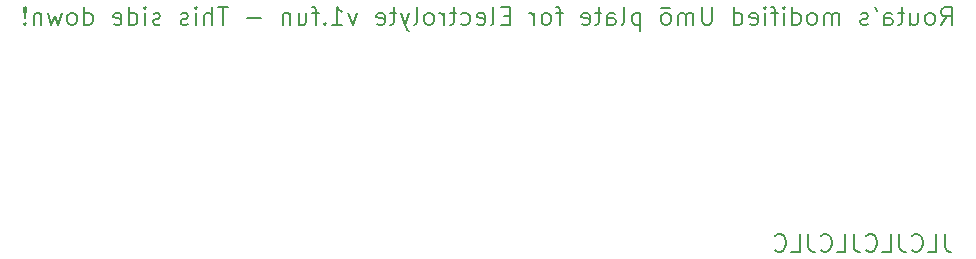
<source format=gbo>
G04 #@! TF.GenerationSoftware,KiCad,Pcbnew,(6.0.0)*
G04 #@! TF.CreationDate,2023-02-08T23:35:55+02:00*
G04 #@! TF.ProjectId,Umo FR4 Plates,556d6f20-4652-4342-9050-6c617465732e,rev?*
G04 #@! TF.SameCoordinates,Original*
G04 #@! TF.FileFunction,Legend,Bot*
G04 #@! TF.FilePolarity,Positive*
%FSLAX46Y46*%
G04 Gerber Fmt 4.6, Leading zero omitted, Abs format (unit mm)*
G04 Created by KiCad (PCBNEW (6.0.0)) date 2023-02-08 23:35:55*
%MOMM*%
%LPD*%
G01*
G04 APERTURE LIST*
%ADD10C,0.200000*%
%ADD11C,0.500000*%
%ADD12C,0.010000*%
G04 APERTURE END LIST*
D10*
X236657142Y-67578571D02*
X237157142Y-66864285D01*
X237514285Y-67578571D02*
X237514285Y-66078571D01*
X236942857Y-66078571D01*
X236800000Y-66150000D01*
X236728571Y-66221428D01*
X236657142Y-66364285D01*
X236657142Y-66578571D01*
X236728571Y-66721428D01*
X236800000Y-66792857D01*
X236942857Y-66864285D01*
X237514285Y-66864285D01*
X235800000Y-67578571D02*
X235942857Y-67507142D01*
X236014285Y-67435714D01*
X236085714Y-67292857D01*
X236085714Y-66864285D01*
X236014285Y-66721428D01*
X235942857Y-66650000D01*
X235800000Y-66578571D01*
X235585714Y-66578571D01*
X235442857Y-66650000D01*
X235371428Y-66721428D01*
X235300000Y-66864285D01*
X235300000Y-67292857D01*
X235371428Y-67435714D01*
X235442857Y-67507142D01*
X235585714Y-67578571D01*
X235800000Y-67578571D01*
X234014285Y-66578571D02*
X234014285Y-67578571D01*
X234657142Y-66578571D02*
X234657142Y-67364285D01*
X234585714Y-67507142D01*
X234442857Y-67578571D01*
X234228571Y-67578571D01*
X234085714Y-67507142D01*
X234014285Y-67435714D01*
X233514285Y-66578571D02*
X232942857Y-66578571D01*
X233300000Y-66078571D02*
X233300000Y-67364285D01*
X233228571Y-67507142D01*
X233085714Y-67578571D01*
X232942857Y-67578571D01*
X231800000Y-67578571D02*
X231800000Y-66792857D01*
X231871428Y-66650000D01*
X232014285Y-66578571D01*
X232300000Y-66578571D01*
X232442857Y-66650000D01*
X231800000Y-67507142D02*
X231942857Y-67578571D01*
X232300000Y-67578571D01*
X232442857Y-67507142D01*
X232514285Y-67364285D01*
X232514285Y-67221428D01*
X232442857Y-67078571D01*
X232300000Y-67007142D01*
X231942857Y-67007142D01*
X231800000Y-66935714D01*
X231014285Y-66078571D02*
X231157142Y-66364285D01*
X230442857Y-67507142D02*
X230300000Y-67578571D01*
X230014285Y-67578571D01*
X229871428Y-67507142D01*
X229800000Y-67364285D01*
X229800000Y-67292857D01*
X229871428Y-67150000D01*
X230014285Y-67078571D01*
X230228571Y-67078571D01*
X230371428Y-67007142D01*
X230442857Y-66864285D01*
X230442857Y-66792857D01*
X230371428Y-66650000D01*
X230228571Y-66578571D01*
X230014285Y-66578571D01*
X229871428Y-66650000D01*
X228014285Y-67578571D02*
X228014285Y-66578571D01*
X228014285Y-66721428D02*
X227942857Y-66650000D01*
X227800000Y-66578571D01*
X227585714Y-66578571D01*
X227442857Y-66650000D01*
X227371428Y-66792857D01*
X227371428Y-67578571D01*
X227371428Y-66792857D02*
X227300000Y-66650000D01*
X227157142Y-66578571D01*
X226942857Y-66578571D01*
X226800000Y-66650000D01*
X226728571Y-66792857D01*
X226728571Y-67578571D01*
X225800000Y-67578571D02*
X225942857Y-67507142D01*
X226014285Y-67435714D01*
X226085714Y-67292857D01*
X226085714Y-66864285D01*
X226014285Y-66721428D01*
X225942857Y-66650000D01*
X225800000Y-66578571D01*
X225585714Y-66578571D01*
X225442857Y-66650000D01*
X225371428Y-66721428D01*
X225300000Y-66864285D01*
X225300000Y-67292857D01*
X225371428Y-67435714D01*
X225442857Y-67507142D01*
X225585714Y-67578571D01*
X225800000Y-67578571D01*
X224014285Y-67578571D02*
X224014285Y-66078571D01*
X224014285Y-67507142D02*
X224157142Y-67578571D01*
X224442857Y-67578571D01*
X224585714Y-67507142D01*
X224657142Y-67435714D01*
X224728571Y-67292857D01*
X224728571Y-66864285D01*
X224657142Y-66721428D01*
X224585714Y-66650000D01*
X224442857Y-66578571D01*
X224157142Y-66578571D01*
X224014285Y-66650000D01*
X223300000Y-67578571D02*
X223300000Y-66578571D01*
X223300000Y-66078571D02*
X223371428Y-66150000D01*
X223300000Y-66221428D01*
X223228571Y-66150000D01*
X223300000Y-66078571D01*
X223300000Y-66221428D01*
X222800000Y-66578571D02*
X222228571Y-66578571D01*
X222585714Y-67578571D02*
X222585714Y-66292857D01*
X222514285Y-66150000D01*
X222371428Y-66078571D01*
X222228571Y-66078571D01*
X221728571Y-67578571D02*
X221728571Y-66578571D01*
X221728571Y-66078571D02*
X221800000Y-66150000D01*
X221728571Y-66221428D01*
X221657142Y-66150000D01*
X221728571Y-66078571D01*
X221728571Y-66221428D01*
X220442857Y-67507142D02*
X220585714Y-67578571D01*
X220871428Y-67578571D01*
X221014285Y-67507142D01*
X221085714Y-67364285D01*
X221085714Y-66792857D01*
X221014285Y-66650000D01*
X220871428Y-66578571D01*
X220585714Y-66578571D01*
X220442857Y-66650000D01*
X220371428Y-66792857D01*
X220371428Y-66935714D01*
X221085714Y-67078571D01*
X219085714Y-67578571D02*
X219085714Y-66078571D01*
X219085714Y-67507142D02*
X219228571Y-67578571D01*
X219514285Y-67578571D01*
X219657142Y-67507142D01*
X219728571Y-67435714D01*
X219800000Y-67292857D01*
X219800000Y-66864285D01*
X219728571Y-66721428D01*
X219657142Y-66650000D01*
X219514285Y-66578571D01*
X219228571Y-66578571D01*
X219085714Y-66650000D01*
X217228571Y-66078571D02*
X217228571Y-67292857D01*
X217157142Y-67435714D01*
X217085714Y-67507142D01*
X216942857Y-67578571D01*
X216657142Y-67578571D01*
X216514285Y-67507142D01*
X216442857Y-67435714D01*
X216371428Y-67292857D01*
X216371428Y-66078571D01*
X215657142Y-67578571D02*
X215657142Y-66578571D01*
X215657142Y-66721428D02*
X215585714Y-66650000D01*
X215442857Y-66578571D01*
X215228571Y-66578571D01*
X215085714Y-66650000D01*
X215014285Y-66792857D01*
X215014285Y-67578571D01*
X215014285Y-66792857D02*
X214942857Y-66650000D01*
X214800000Y-66578571D01*
X214585714Y-66578571D01*
X214442857Y-66650000D01*
X214371428Y-66792857D01*
X214371428Y-67578571D01*
X213442857Y-67578571D02*
X213585714Y-67507142D01*
X213657142Y-67435714D01*
X213728571Y-67292857D01*
X213728571Y-66864285D01*
X213657142Y-66721428D01*
X213585714Y-66650000D01*
X213442857Y-66578571D01*
X213228571Y-66578571D01*
X213085714Y-66650000D01*
X213014285Y-66721428D01*
X212942857Y-66864285D01*
X212942857Y-67292857D01*
X213014285Y-67435714D01*
X213085714Y-67507142D01*
X213228571Y-67578571D01*
X213442857Y-67578571D01*
X213657142Y-66150000D02*
X212942857Y-66150000D01*
X211157142Y-66578571D02*
X211157142Y-68078571D01*
X211157142Y-66650000D02*
X211014285Y-66578571D01*
X210728571Y-66578571D01*
X210585714Y-66650000D01*
X210514285Y-66721428D01*
X210442857Y-66864285D01*
X210442857Y-67292857D01*
X210514285Y-67435714D01*
X210585714Y-67507142D01*
X210728571Y-67578571D01*
X211014285Y-67578571D01*
X211157142Y-67507142D01*
X209585714Y-67578571D02*
X209728571Y-67507142D01*
X209800000Y-67364285D01*
X209800000Y-66078571D01*
X208371428Y-67578571D02*
X208371428Y-66792857D01*
X208442857Y-66650000D01*
X208585714Y-66578571D01*
X208871428Y-66578571D01*
X209014285Y-66650000D01*
X208371428Y-67507142D02*
X208514285Y-67578571D01*
X208871428Y-67578571D01*
X209014285Y-67507142D01*
X209085714Y-67364285D01*
X209085714Y-67221428D01*
X209014285Y-67078571D01*
X208871428Y-67007142D01*
X208514285Y-67007142D01*
X208371428Y-66935714D01*
X207871428Y-66578571D02*
X207300000Y-66578571D01*
X207657142Y-66078571D02*
X207657142Y-67364285D01*
X207585714Y-67507142D01*
X207442857Y-67578571D01*
X207300000Y-67578571D01*
X206228571Y-67507142D02*
X206371428Y-67578571D01*
X206657142Y-67578571D01*
X206800000Y-67507142D01*
X206871428Y-67364285D01*
X206871428Y-66792857D01*
X206800000Y-66650000D01*
X206657142Y-66578571D01*
X206371428Y-66578571D01*
X206228571Y-66650000D01*
X206157142Y-66792857D01*
X206157142Y-66935714D01*
X206871428Y-67078571D01*
X204585714Y-66578571D02*
X204014285Y-66578571D01*
X204371428Y-67578571D02*
X204371428Y-66292857D01*
X204300000Y-66150000D01*
X204157142Y-66078571D01*
X204014285Y-66078571D01*
X203300000Y-67578571D02*
X203442857Y-67507142D01*
X203514285Y-67435714D01*
X203585714Y-67292857D01*
X203585714Y-66864285D01*
X203514285Y-66721428D01*
X203442857Y-66650000D01*
X203300000Y-66578571D01*
X203085714Y-66578571D01*
X202942857Y-66650000D01*
X202871428Y-66721428D01*
X202800000Y-66864285D01*
X202800000Y-67292857D01*
X202871428Y-67435714D01*
X202942857Y-67507142D01*
X203085714Y-67578571D01*
X203300000Y-67578571D01*
X202157142Y-67578571D02*
X202157142Y-66578571D01*
X202157142Y-66864285D02*
X202085714Y-66721428D01*
X202014285Y-66650000D01*
X201871428Y-66578571D01*
X201728571Y-66578571D01*
X200085714Y-66792857D02*
X199585714Y-66792857D01*
X199371428Y-67578571D02*
X200085714Y-67578571D01*
X200085714Y-66078571D01*
X199371428Y-66078571D01*
X198514285Y-67578571D02*
X198657142Y-67507142D01*
X198728571Y-67364285D01*
X198728571Y-66078571D01*
X197371428Y-67507142D02*
X197514285Y-67578571D01*
X197800000Y-67578571D01*
X197942857Y-67507142D01*
X198014285Y-67364285D01*
X198014285Y-66792857D01*
X197942857Y-66650000D01*
X197800000Y-66578571D01*
X197514285Y-66578571D01*
X197371428Y-66650000D01*
X197300000Y-66792857D01*
X197300000Y-66935714D01*
X198014285Y-67078571D01*
X196014285Y-67507142D02*
X196157142Y-67578571D01*
X196442857Y-67578571D01*
X196585714Y-67507142D01*
X196657142Y-67435714D01*
X196728571Y-67292857D01*
X196728571Y-66864285D01*
X196657142Y-66721428D01*
X196585714Y-66650000D01*
X196442857Y-66578571D01*
X196157142Y-66578571D01*
X196014285Y-66650000D01*
X195585714Y-66578571D02*
X195014285Y-66578571D01*
X195371428Y-66078571D02*
X195371428Y-67364285D01*
X195300000Y-67507142D01*
X195157142Y-67578571D01*
X195014285Y-67578571D01*
X194514285Y-67578571D02*
X194514285Y-66578571D01*
X194514285Y-66864285D02*
X194442857Y-66721428D01*
X194371428Y-66650000D01*
X194228571Y-66578571D01*
X194085714Y-66578571D01*
X193371428Y-67578571D02*
X193514285Y-67507142D01*
X193585714Y-67435714D01*
X193657142Y-67292857D01*
X193657142Y-66864285D01*
X193585714Y-66721428D01*
X193514285Y-66650000D01*
X193371428Y-66578571D01*
X193157142Y-66578571D01*
X193014285Y-66650000D01*
X192942857Y-66721428D01*
X192871428Y-66864285D01*
X192871428Y-67292857D01*
X192942857Y-67435714D01*
X193014285Y-67507142D01*
X193157142Y-67578571D01*
X193371428Y-67578571D01*
X192014285Y-67578571D02*
X192157142Y-67507142D01*
X192228571Y-67364285D01*
X192228571Y-66078571D01*
X191585714Y-66578571D02*
X191228571Y-67578571D01*
X190871428Y-66578571D02*
X191228571Y-67578571D01*
X191371428Y-67935714D01*
X191442857Y-68007142D01*
X191585714Y-68078571D01*
X190514285Y-66578571D02*
X189942857Y-66578571D01*
X190300000Y-66078571D02*
X190300000Y-67364285D01*
X190228571Y-67507142D01*
X190085714Y-67578571D01*
X189942857Y-67578571D01*
X188871428Y-67507142D02*
X189014285Y-67578571D01*
X189300000Y-67578571D01*
X189442857Y-67507142D01*
X189514285Y-67364285D01*
X189514285Y-66792857D01*
X189442857Y-66650000D01*
X189300000Y-66578571D01*
X189014285Y-66578571D01*
X188871428Y-66650000D01*
X188800000Y-66792857D01*
X188800000Y-66935714D01*
X189514285Y-67078571D01*
X187157142Y-66578571D02*
X186800000Y-67578571D01*
X186442857Y-66578571D01*
X185085714Y-67578571D02*
X185942857Y-67578571D01*
X185514285Y-67578571D02*
X185514285Y-66078571D01*
X185657142Y-66292857D01*
X185800000Y-66435714D01*
X185942857Y-66507142D01*
X184442857Y-67435714D02*
X184371428Y-67507142D01*
X184442857Y-67578571D01*
X184514285Y-67507142D01*
X184442857Y-67435714D01*
X184442857Y-67578571D01*
X183942857Y-66578571D02*
X183371428Y-66578571D01*
X183728571Y-67578571D02*
X183728571Y-66292857D01*
X183657142Y-66150000D01*
X183514285Y-66078571D01*
X183371428Y-66078571D01*
X182228571Y-66578571D02*
X182228571Y-67578571D01*
X182871428Y-66578571D02*
X182871428Y-67364285D01*
X182800000Y-67507142D01*
X182657142Y-67578571D01*
X182442857Y-67578571D01*
X182300000Y-67507142D01*
X182228571Y-67435714D01*
X181514285Y-66578571D02*
X181514285Y-67578571D01*
X181514285Y-66721428D02*
X181442857Y-66650000D01*
X181300000Y-66578571D01*
X181085714Y-66578571D01*
X180942857Y-66650000D01*
X180871428Y-66792857D01*
X180871428Y-67578571D01*
X179014285Y-67007142D02*
X177871428Y-67007142D01*
X176228571Y-66078571D02*
X175371428Y-66078571D01*
X175800000Y-67578571D02*
X175800000Y-66078571D01*
X174871428Y-67578571D02*
X174871428Y-66078571D01*
X174228571Y-67578571D02*
X174228571Y-66792857D01*
X174300000Y-66650000D01*
X174442857Y-66578571D01*
X174657142Y-66578571D01*
X174800000Y-66650000D01*
X174871428Y-66721428D01*
X173514285Y-67578571D02*
X173514285Y-66578571D01*
X173514285Y-66078571D02*
X173585714Y-66150000D01*
X173514285Y-66221428D01*
X173442857Y-66150000D01*
X173514285Y-66078571D01*
X173514285Y-66221428D01*
X172871428Y-67507142D02*
X172728571Y-67578571D01*
X172442857Y-67578571D01*
X172300000Y-67507142D01*
X172228571Y-67364285D01*
X172228571Y-67292857D01*
X172300000Y-67150000D01*
X172442857Y-67078571D01*
X172657142Y-67078571D01*
X172800000Y-67007142D01*
X172871428Y-66864285D01*
X172871428Y-66792857D01*
X172800000Y-66650000D01*
X172657142Y-66578571D01*
X172442857Y-66578571D01*
X172300000Y-66650000D01*
X170514285Y-67507142D02*
X170371428Y-67578571D01*
X170085714Y-67578571D01*
X169942857Y-67507142D01*
X169871428Y-67364285D01*
X169871428Y-67292857D01*
X169942857Y-67150000D01*
X170085714Y-67078571D01*
X170300000Y-67078571D01*
X170442857Y-67007142D01*
X170514285Y-66864285D01*
X170514285Y-66792857D01*
X170442857Y-66650000D01*
X170300000Y-66578571D01*
X170085714Y-66578571D01*
X169942857Y-66650000D01*
X169228571Y-67578571D02*
X169228571Y-66578571D01*
X169228571Y-66078571D02*
X169300000Y-66150000D01*
X169228571Y-66221428D01*
X169157142Y-66150000D01*
X169228571Y-66078571D01*
X169228571Y-66221428D01*
X167871428Y-67578571D02*
X167871428Y-66078571D01*
X167871428Y-67507142D02*
X168014285Y-67578571D01*
X168300000Y-67578571D01*
X168442857Y-67507142D01*
X168514285Y-67435714D01*
X168585714Y-67292857D01*
X168585714Y-66864285D01*
X168514285Y-66721428D01*
X168442857Y-66650000D01*
X168300000Y-66578571D01*
X168014285Y-66578571D01*
X167871428Y-66650000D01*
X166585714Y-67507142D02*
X166728571Y-67578571D01*
X167014285Y-67578571D01*
X167157142Y-67507142D01*
X167228571Y-67364285D01*
X167228571Y-66792857D01*
X167157142Y-66650000D01*
X167014285Y-66578571D01*
X166728571Y-66578571D01*
X166585714Y-66650000D01*
X166514285Y-66792857D01*
X166514285Y-66935714D01*
X167228571Y-67078571D01*
X164085714Y-67578571D02*
X164085714Y-66078571D01*
X164085714Y-67507142D02*
X164228571Y-67578571D01*
X164514285Y-67578571D01*
X164657142Y-67507142D01*
X164728571Y-67435714D01*
X164800000Y-67292857D01*
X164800000Y-66864285D01*
X164728571Y-66721428D01*
X164657142Y-66650000D01*
X164514285Y-66578571D01*
X164228571Y-66578571D01*
X164085714Y-66650000D01*
X163157142Y-67578571D02*
X163300000Y-67507142D01*
X163371428Y-67435714D01*
X163442857Y-67292857D01*
X163442857Y-66864285D01*
X163371428Y-66721428D01*
X163300000Y-66650000D01*
X163157142Y-66578571D01*
X162942857Y-66578571D01*
X162800000Y-66650000D01*
X162728571Y-66721428D01*
X162657142Y-66864285D01*
X162657142Y-67292857D01*
X162728571Y-67435714D01*
X162800000Y-67507142D01*
X162942857Y-67578571D01*
X163157142Y-67578571D01*
X162157142Y-66578571D02*
X161871428Y-67578571D01*
X161585714Y-66864285D01*
X161300000Y-67578571D01*
X161014285Y-66578571D01*
X160442857Y-66578571D02*
X160442857Y-67578571D01*
X160442857Y-66721428D02*
X160371428Y-66650000D01*
X160228571Y-66578571D01*
X160014285Y-66578571D01*
X159871428Y-66650000D01*
X159800000Y-66792857D01*
X159800000Y-67578571D01*
X159085714Y-67435714D02*
X159014285Y-67507142D01*
X159085714Y-67578571D01*
X159157142Y-67507142D01*
X159085714Y-67435714D01*
X159085714Y-67578571D01*
X159085714Y-67007142D02*
X159157142Y-66150000D01*
X159085714Y-66078571D01*
X159014285Y-66150000D01*
X159085714Y-67007142D01*
X159085714Y-66078571D01*
X236928571Y-85278571D02*
X236928571Y-86350000D01*
X237000000Y-86564285D01*
X237142857Y-86707142D01*
X237357142Y-86778571D01*
X237500000Y-86778571D01*
X235500000Y-86778571D02*
X236214285Y-86778571D01*
X236214285Y-85278571D01*
X234142857Y-86635714D02*
X234214285Y-86707142D01*
X234428571Y-86778571D01*
X234571428Y-86778571D01*
X234785714Y-86707142D01*
X234928571Y-86564285D01*
X235000000Y-86421428D01*
X235071428Y-86135714D01*
X235071428Y-85921428D01*
X235000000Y-85635714D01*
X234928571Y-85492857D01*
X234785714Y-85350000D01*
X234571428Y-85278571D01*
X234428571Y-85278571D01*
X234214285Y-85350000D01*
X234142857Y-85421428D01*
X233071428Y-85278571D02*
X233071428Y-86350000D01*
X233142857Y-86564285D01*
X233285714Y-86707142D01*
X233500000Y-86778571D01*
X233642857Y-86778571D01*
X231642857Y-86778571D02*
X232357142Y-86778571D01*
X232357142Y-85278571D01*
X230285714Y-86635714D02*
X230357142Y-86707142D01*
X230571428Y-86778571D01*
X230714285Y-86778571D01*
X230928571Y-86707142D01*
X231071428Y-86564285D01*
X231142857Y-86421428D01*
X231214285Y-86135714D01*
X231214285Y-85921428D01*
X231142857Y-85635714D01*
X231071428Y-85492857D01*
X230928571Y-85350000D01*
X230714285Y-85278571D01*
X230571428Y-85278571D01*
X230357142Y-85350000D01*
X230285714Y-85421428D01*
X229214285Y-85278571D02*
X229214285Y-86350000D01*
X229285714Y-86564285D01*
X229428571Y-86707142D01*
X229642857Y-86778571D01*
X229785714Y-86778571D01*
X227785714Y-86778571D02*
X228500000Y-86778571D01*
X228500000Y-85278571D01*
X226428571Y-86635714D02*
X226500000Y-86707142D01*
X226714285Y-86778571D01*
X226857142Y-86778571D01*
X227071428Y-86707142D01*
X227214285Y-86564285D01*
X227285714Y-86421428D01*
X227357142Y-86135714D01*
X227357142Y-85921428D01*
X227285714Y-85635714D01*
X227214285Y-85492857D01*
X227071428Y-85350000D01*
X226857142Y-85278571D01*
X226714285Y-85278571D01*
X226500000Y-85350000D01*
X226428571Y-85421428D01*
X225357142Y-85278571D02*
X225357142Y-86350000D01*
X225428571Y-86564285D01*
X225571428Y-86707142D01*
X225785714Y-86778571D01*
X225928571Y-86778571D01*
X223928571Y-86778571D02*
X224642857Y-86778571D01*
X224642857Y-85278571D01*
X222571428Y-86635714D02*
X222642857Y-86707142D01*
X222857142Y-86778571D01*
X223000000Y-86778571D01*
X223214285Y-86707142D01*
X223357142Y-86564285D01*
X223428571Y-86421428D01*
X223500000Y-86135714D01*
X223500000Y-85921428D01*
X223428571Y-85635714D01*
X223357142Y-85492857D01*
X223214285Y-85350000D01*
X223000000Y-85278571D01*
X222857142Y-85278571D01*
X222642857Y-85350000D01*
X222571428Y-85421428D01*
%LPC*%
D11*
X67690000Y-127624484D02*
X67690000Y-131160000D01*
X69690000Y-131160000D02*
X69690000Y-127624466D01*
X69690000Y-127624466D02*
G75*
G03*
X67690000Y-127624502I-1000000J-18D01*
G01*
X220700000Y-127654484D02*
X220700000Y-131190000D01*
X222700000Y-131190000D02*
X222700000Y-127654466D01*
X222700000Y-127654466D02*
G75*
G03*
X220700000Y-127654502I-1000000J-18D01*
G01*
X220070000Y-41300000D02*
X220070000Y-44835534D01*
X222070000Y-44835516D02*
X222070000Y-41300000D01*
X220070000Y-44835534D02*
G75*
G03*
X222070000Y-44835498I1000000J18D01*
G01*
X61620000Y-44905516D02*
X61620000Y-41370000D01*
X59620000Y-41370000D02*
X59620000Y-44905534D01*
X59620000Y-44905534D02*
G75*
G03*
X61620000Y-44905498I1000000J18D01*
G01*
D12*
X64201866Y-104520598D02*
X64092994Y-104571279D01*
X64092994Y-104571279D02*
X64006068Y-104653101D01*
X64006068Y-104653101D02*
X63942467Y-104760204D01*
X63942467Y-104760204D02*
X63903570Y-104886729D01*
X63903570Y-104886729D02*
X63890757Y-105026816D01*
X63890757Y-105026816D02*
X63905405Y-105174605D01*
X63905405Y-105174605D02*
X63948893Y-105324235D01*
X63948893Y-105324235D02*
X63991206Y-105415850D01*
X63991206Y-105415850D02*
X64050758Y-105504644D01*
X64050758Y-105504644D02*
X64130203Y-105592483D01*
X64130203Y-105592483D02*
X64218433Y-105669206D01*
X64218433Y-105669206D02*
X64304340Y-105724649D01*
X64304340Y-105724649D02*
X64348915Y-105743109D01*
X64348915Y-105743109D02*
X64444111Y-105761492D01*
X64444111Y-105761492D02*
X64550675Y-105766627D01*
X64550675Y-105766627D02*
X64651090Y-105758699D01*
X64651090Y-105758699D02*
X64725084Y-105739128D01*
X64725084Y-105739128D02*
X64799514Y-105690282D01*
X64799514Y-105690282D02*
X64873291Y-105615106D01*
X64873291Y-105615106D02*
X64934334Y-105528033D01*
X64934334Y-105528033D02*
X64969673Y-105446908D01*
X64969673Y-105446908D02*
X64980686Y-105379530D01*
X64980686Y-105379530D02*
X64986372Y-105288091D01*
X64986372Y-105288091D02*
X64985687Y-105194236D01*
X64985687Y-105194236D02*
X64731144Y-105194236D01*
X64731144Y-105194236D02*
X64730415Y-105329940D01*
X64730415Y-105329940D02*
X64709491Y-105431493D01*
X64709491Y-105431493D02*
X64667014Y-105502658D01*
X64667014Y-105502658D02*
X64604168Y-105546110D01*
X64604168Y-105546110D02*
X64551608Y-105568082D01*
X64551608Y-105568082D02*
X64517164Y-105575013D01*
X64517164Y-105575013D02*
X64479771Y-105567892D01*
X64479771Y-105567892D02*
X64437201Y-105553953D01*
X64437201Y-105553953D02*
X64338106Y-105499205D01*
X64338106Y-105499205D02*
X64256220Y-105409691D01*
X64256220Y-105409691D02*
X64194659Y-105290563D01*
X64194659Y-105290563D02*
X64156538Y-105146973D01*
X64156538Y-105146973D02*
X64147828Y-105075347D01*
X64147828Y-105075347D02*
X64148723Y-104969058D01*
X64148723Y-104969058D02*
X64166386Y-104870159D01*
X64166386Y-104870159D02*
X64197660Y-104789367D01*
X64197660Y-104789367D02*
X64239385Y-104737397D01*
X64239385Y-104737397D02*
X64249285Y-104731092D01*
X64249285Y-104731092D02*
X64319404Y-104712154D01*
X64319404Y-104712154D02*
X64406928Y-104713301D01*
X64406928Y-104713301D02*
X64492837Y-104733041D01*
X64492837Y-104733041D02*
X64536356Y-104753595D01*
X64536356Y-104753595D02*
X64609716Y-104821757D01*
X64609716Y-104821757D02*
X64668944Y-104923020D01*
X64668944Y-104923020D02*
X64710563Y-105049511D01*
X64710563Y-105049511D02*
X64731093Y-105193360D01*
X64731093Y-105193360D02*
X64731144Y-105194236D01*
X64731144Y-105194236D02*
X64985687Y-105194236D01*
X64985687Y-105194236D02*
X64985660Y-105190651D01*
X64985660Y-105190651D02*
X64985295Y-105183146D01*
X64985295Y-105183146D02*
X64959364Y-105012230D01*
X64959364Y-105012230D02*
X64903005Y-104859932D01*
X64903005Y-104859932D02*
X64820379Y-104729772D01*
X64820379Y-104729772D02*
X64715647Y-104625268D01*
X64715647Y-104625268D02*
X64592970Y-104549940D01*
X64592970Y-104549940D02*
X64456510Y-104507307D01*
X64456510Y-104507307D02*
X64310427Y-104500888D01*
X64310427Y-104500888D02*
X64201866Y-104520598D01*
X64201866Y-104520598D02*
X64201866Y-104520598D01*
G36*
X64980686Y-105379530D02*
G01*
X64969673Y-105446908D01*
X64934334Y-105528033D01*
X64873291Y-105615106D01*
X64799514Y-105690282D01*
X64725084Y-105739128D01*
X64651090Y-105758699D01*
X64550675Y-105766627D01*
X64444111Y-105761492D01*
X64348915Y-105743109D01*
X64304340Y-105724649D01*
X64218433Y-105669206D01*
X64130203Y-105592483D01*
X64050758Y-105504644D01*
X63991206Y-105415850D01*
X63948893Y-105324235D01*
X63905405Y-105174605D01*
X63895567Y-105075347D01*
X64147828Y-105075347D01*
X64156538Y-105146973D01*
X64194659Y-105290563D01*
X64256220Y-105409691D01*
X64338106Y-105499205D01*
X64437201Y-105553953D01*
X64479771Y-105567892D01*
X64517164Y-105575013D01*
X64551608Y-105568082D01*
X64604168Y-105546110D01*
X64667014Y-105502658D01*
X64709491Y-105431493D01*
X64730415Y-105329940D01*
X64731144Y-105194236D01*
X64731093Y-105193360D01*
X64710563Y-105049511D01*
X64668944Y-104923020D01*
X64609716Y-104821757D01*
X64536356Y-104753595D01*
X64492837Y-104733041D01*
X64406928Y-104713301D01*
X64319404Y-104712154D01*
X64249285Y-104731092D01*
X64239385Y-104737397D01*
X64197660Y-104789367D01*
X64166386Y-104870159D01*
X64148723Y-104969058D01*
X64147828Y-105075347D01*
X63895567Y-105075347D01*
X63890757Y-105026816D01*
X63903570Y-104886729D01*
X63942467Y-104760204D01*
X64006068Y-104653101D01*
X64092994Y-104571279D01*
X64201866Y-104520598D01*
X64310427Y-104500888D01*
X64456510Y-104507307D01*
X64592970Y-104549940D01*
X64715647Y-104625268D01*
X64820379Y-104729772D01*
X64903005Y-104859932D01*
X64959364Y-105012230D01*
X64985295Y-105183146D01*
X64985660Y-105190651D01*
X64985687Y-105194236D01*
X64986372Y-105288091D01*
X64980686Y-105379530D01*
G37*
X64980686Y-105379530D02*
X64969673Y-105446908D01*
X64934334Y-105528033D01*
X64873291Y-105615106D01*
X64799514Y-105690282D01*
X64725084Y-105739128D01*
X64651090Y-105758699D01*
X64550675Y-105766627D01*
X64444111Y-105761492D01*
X64348915Y-105743109D01*
X64304340Y-105724649D01*
X64218433Y-105669206D01*
X64130203Y-105592483D01*
X64050758Y-105504644D01*
X63991206Y-105415850D01*
X63948893Y-105324235D01*
X63905405Y-105174605D01*
X63895567Y-105075347D01*
X64147828Y-105075347D01*
X64156538Y-105146973D01*
X64194659Y-105290563D01*
X64256220Y-105409691D01*
X64338106Y-105499205D01*
X64437201Y-105553953D01*
X64479771Y-105567892D01*
X64517164Y-105575013D01*
X64551608Y-105568082D01*
X64604168Y-105546110D01*
X64667014Y-105502658D01*
X64709491Y-105431493D01*
X64730415Y-105329940D01*
X64731144Y-105194236D01*
X64731093Y-105193360D01*
X64710563Y-105049511D01*
X64668944Y-104923020D01*
X64609716Y-104821757D01*
X64536356Y-104753595D01*
X64492837Y-104733041D01*
X64406928Y-104713301D01*
X64319404Y-104712154D01*
X64249285Y-104731092D01*
X64239385Y-104737397D01*
X64197660Y-104789367D01*
X64166386Y-104870159D01*
X64148723Y-104969058D01*
X64147828Y-105075347D01*
X63895567Y-105075347D01*
X63890757Y-105026816D01*
X63903570Y-104886729D01*
X63942467Y-104760204D01*
X64006068Y-104653101D01*
X64092994Y-104571279D01*
X64201866Y-104520598D01*
X64310427Y-104500888D01*
X64456510Y-104507307D01*
X64592970Y-104549940D01*
X64715647Y-104625268D01*
X64820379Y-104729772D01*
X64903005Y-104859932D01*
X64959364Y-105012230D01*
X64985295Y-105183146D01*
X64985660Y-105190651D01*
X64985687Y-105194236D01*
X64986372Y-105288091D01*
X64980686Y-105379530D01*
X58140030Y-104524155D02*
X58096506Y-104536566D01*
X58096506Y-104536566D02*
X58082569Y-104549098D01*
X58082569Y-104549098D02*
X58076304Y-104578345D01*
X58076304Y-104578345D02*
X58065447Y-104642668D01*
X58065447Y-104642668D02*
X58051062Y-104735186D01*
X58051062Y-104735186D02*
X58034214Y-104849021D01*
X58034214Y-104849021D02*
X58015968Y-104977293D01*
X58015968Y-104977293D02*
X58013056Y-104998225D01*
X58013056Y-104998225D02*
X57995122Y-105124160D01*
X57995122Y-105124160D02*
X57978732Y-105232964D01*
X57978732Y-105232964D02*
X57964848Y-105318762D01*
X57964848Y-105318762D02*
X57954430Y-105375675D01*
X57954430Y-105375675D02*
X57948439Y-105397825D01*
X57948439Y-105397825D02*
X57947800Y-105397419D01*
X57947800Y-105397419D02*
X57937841Y-105372624D01*
X57937841Y-105372624D02*
X57913937Y-105314790D01*
X57913937Y-105314790D02*
X57878579Y-105229891D01*
X57878579Y-105229891D02*
X57834256Y-105123899D01*
X57834256Y-105123899D02*
X57783459Y-105002788D01*
X57783459Y-105002788D02*
X57762782Y-104953583D01*
X57762782Y-104953583D02*
X57584801Y-104530250D01*
X57584801Y-104530250D02*
X57359084Y-104530250D01*
X57359084Y-104530250D02*
X57291995Y-104921833D01*
X57291995Y-104921833D02*
X57270446Y-105050827D01*
X57270446Y-105050827D02*
X57251522Y-105170219D01*
X57251522Y-105170219D02*
X57236437Y-105271846D01*
X57236437Y-105271846D02*
X57226408Y-105347543D01*
X57226408Y-105347543D02*
X57222683Y-105387500D01*
X57222683Y-105387500D02*
X57220297Y-105421235D01*
X57220297Y-105421235D02*
X57214025Y-105427594D01*
X57214025Y-105427594D02*
X57201044Y-105402748D01*
X57201044Y-105402748D02*
X57178531Y-105342871D01*
X57178531Y-105342871D02*
X57168050Y-105313417D01*
X57168050Y-105313417D02*
X57141500Y-105240179D01*
X57141500Y-105240179D02*
X57103890Y-105138862D01*
X57103890Y-105138862D02*
X57059488Y-105020847D01*
X57059488Y-105020847D02*
X57012561Y-104897517D01*
X57012561Y-104897517D02*
X56993463Y-104847750D01*
X56993463Y-104847750D02*
X56871287Y-104530250D01*
X56871287Y-104530250D02*
X56750060Y-104523902D01*
X56750060Y-104523902D02*
X56684867Y-104521800D01*
X56684867Y-104521800D02*
X56640860Y-104522893D01*
X56640860Y-104522893D02*
X56628834Y-104525859D01*
X56628834Y-104525859D02*
X56636710Y-104546700D01*
X56636710Y-104546700D02*
X56659016Y-104601770D01*
X56659016Y-104601770D02*
X56693771Y-104686277D01*
X56693771Y-104686277D02*
X56738992Y-104795429D01*
X56738992Y-104795429D02*
X56792698Y-104924434D01*
X56792698Y-104924434D02*
X56852905Y-105068498D01*
X56852905Y-105068498D02*
X56880960Y-105135457D01*
X56880960Y-105135457D02*
X57133085Y-105736750D01*
X57133085Y-105736750D02*
X57249475Y-105743041D01*
X57249475Y-105743041D02*
X57289194Y-105746430D01*
X57289194Y-105746430D02*
X57319223Y-105748345D01*
X57319223Y-105748345D02*
X57341786Y-105743757D01*
X57341786Y-105743757D02*
X57359104Y-105727637D01*
X57359104Y-105727637D02*
X57373401Y-105694956D01*
X57373401Y-105694956D02*
X57386899Y-105640684D01*
X57386899Y-105640684D02*
X57401822Y-105559792D01*
X57401822Y-105559792D02*
X57420392Y-105447250D01*
X57420392Y-105447250D02*
X57444034Y-105302833D01*
X57444034Y-105302833D02*
X57463758Y-105187307D01*
X57463758Y-105187307D02*
X57482341Y-105084509D01*
X57482341Y-105084509D02*
X57498222Y-105002646D01*
X57498222Y-105002646D02*
X57509837Y-104949923D01*
X57509837Y-104949923D02*
X57513804Y-104936415D01*
X57513804Y-104936415D02*
X57524449Y-104934754D01*
X57524449Y-104934754D02*
X57544712Y-104962543D01*
X57544712Y-104962543D02*
X57575792Y-105022143D01*
X57575792Y-105022143D02*
X57618886Y-105115920D01*
X57618886Y-105115920D02*
X57675194Y-105246237D01*
X57675194Y-105246237D02*
X57696286Y-105296248D01*
X57696286Y-105296248D02*
X57747976Y-105418339D01*
X57747976Y-105418339D02*
X57795192Y-105527920D01*
X57795192Y-105527920D02*
X57835144Y-105618667D01*
X57835144Y-105618667D02*
X57865037Y-105684254D01*
X57865037Y-105684254D02*
X57882080Y-105718353D01*
X57882080Y-105718353D02*
X57883729Y-105720875D01*
X57883729Y-105720875D02*
X57915980Y-105736695D01*
X57915980Y-105736695D02*
X57974824Y-105746087D01*
X57974824Y-105746087D02*
X58007923Y-105747333D01*
X58007923Y-105747333D02*
X58077863Y-105742023D01*
X58077863Y-105742023D02*
X58116247Y-105727301D01*
X58116247Y-105727301D02*
X58120612Y-105720875D01*
X58120612Y-105720875D02*
X58126720Y-105692631D01*
X58126720Y-105692631D02*
X58138591Y-105629490D01*
X58138591Y-105629490D02*
X58155078Y-105538153D01*
X58155078Y-105538153D02*
X58175031Y-105425321D01*
X58175031Y-105425321D02*
X58197300Y-105297695D01*
X58197300Y-105297695D02*
X58220736Y-105161974D01*
X58220736Y-105161974D02*
X58244191Y-105024861D01*
X58244191Y-105024861D02*
X58266513Y-104893056D01*
X58266513Y-104893056D02*
X58286555Y-104773260D01*
X58286555Y-104773260D02*
X58303167Y-104672173D01*
X58303167Y-104672173D02*
X58315200Y-104596496D01*
X58315200Y-104596496D02*
X58321504Y-104552930D01*
X58321504Y-104552930D02*
X58322167Y-104545746D01*
X58322167Y-104545746D02*
X58303712Y-104529268D01*
X58303712Y-104529268D02*
X58257776Y-104520309D01*
X58257776Y-104520309D02*
X58198501Y-104518671D01*
X58198501Y-104518671D02*
X58140030Y-104524155D01*
X58140030Y-104524155D02*
X58140030Y-104524155D01*
G36*
X58257776Y-104520309D02*
G01*
X58303712Y-104529268D01*
X58322167Y-104545746D01*
X58321504Y-104552930D01*
X58315200Y-104596496D01*
X58303167Y-104672173D01*
X58286555Y-104773260D01*
X58266513Y-104893056D01*
X58244191Y-105024861D01*
X58220736Y-105161974D01*
X58197300Y-105297695D01*
X58175031Y-105425321D01*
X58155078Y-105538153D01*
X58138591Y-105629490D01*
X58126720Y-105692631D01*
X58120612Y-105720875D01*
X58116247Y-105727301D01*
X58077863Y-105742023D01*
X58007923Y-105747333D01*
X57974824Y-105746087D01*
X57915980Y-105736695D01*
X57883729Y-105720875D01*
X57882080Y-105718353D01*
X57865037Y-105684254D01*
X57835144Y-105618667D01*
X57795192Y-105527920D01*
X57747976Y-105418339D01*
X57696286Y-105296248D01*
X57675194Y-105246237D01*
X57618886Y-105115920D01*
X57575792Y-105022143D01*
X57544712Y-104962543D01*
X57524449Y-104934754D01*
X57513804Y-104936415D01*
X57509837Y-104949923D01*
X57498222Y-105002646D01*
X57482341Y-105084509D01*
X57463758Y-105187307D01*
X57444034Y-105302833D01*
X57420392Y-105447250D01*
X57401822Y-105559792D01*
X57386899Y-105640684D01*
X57373401Y-105694956D01*
X57359104Y-105727637D01*
X57341786Y-105743757D01*
X57319223Y-105748345D01*
X57289194Y-105746430D01*
X57249475Y-105743041D01*
X57133085Y-105736750D01*
X56880960Y-105135457D01*
X56852905Y-105068498D01*
X56792698Y-104924434D01*
X56738992Y-104795429D01*
X56693771Y-104686277D01*
X56659016Y-104601770D01*
X56636710Y-104546700D01*
X56628834Y-104525859D01*
X56640860Y-104522893D01*
X56684867Y-104521800D01*
X56750060Y-104523902D01*
X56871287Y-104530250D01*
X56993463Y-104847750D01*
X57012561Y-104897517D01*
X57059488Y-105020847D01*
X57103890Y-105138862D01*
X57141500Y-105240179D01*
X57168050Y-105313417D01*
X57178531Y-105342871D01*
X57201044Y-105402748D01*
X57214025Y-105427594D01*
X57220297Y-105421235D01*
X57222683Y-105387500D01*
X57226408Y-105347543D01*
X57236437Y-105271846D01*
X57251522Y-105170219D01*
X57270446Y-105050827D01*
X57291995Y-104921833D01*
X57359084Y-104530250D01*
X57584801Y-104530250D01*
X57762782Y-104953583D01*
X57783459Y-105002788D01*
X57834256Y-105123899D01*
X57878579Y-105229891D01*
X57913937Y-105314790D01*
X57937841Y-105372624D01*
X57947800Y-105397419D01*
X57948439Y-105397825D01*
X57954430Y-105375675D01*
X57964848Y-105318762D01*
X57978732Y-105232964D01*
X57995122Y-105124160D01*
X58013056Y-104998225D01*
X58015968Y-104977293D01*
X58034214Y-104849021D01*
X58051062Y-104735186D01*
X58065447Y-104642668D01*
X58076304Y-104578345D01*
X58082569Y-104549098D01*
X58096506Y-104536566D01*
X58140030Y-104524155D01*
X58198501Y-104518671D01*
X58257776Y-104520309D01*
G37*
X58257776Y-104520309D02*
X58303712Y-104529268D01*
X58322167Y-104545746D01*
X58321504Y-104552930D01*
X58315200Y-104596496D01*
X58303167Y-104672173D01*
X58286555Y-104773260D01*
X58266513Y-104893056D01*
X58244191Y-105024861D01*
X58220736Y-105161974D01*
X58197300Y-105297695D01*
X58175031Y-105425321D01*
X58155078Y-105538153D01*
X58138591Y-105629490D01*
X58126720Y-105692631D01*
X58120612Y-105720875D01*
X58116247Y-105727301D01*
X58077863Y-105742023D01*
X58007923Y-105747333D01*
X57974824Y-105746087D01*
X57915980Y-105736695D01*
X57883729Y-105720875D01*
X57882080Y-105718353D01*
X57865037Y-105684254D01*
X57835144Y-105618667D01*
X57795192Y-105527920D01*
X57747976Y-105418339D01*
X57696286Y-105296248D01*
X57675194Y-105246237D01*
X57618886Y-105115920D01*
X57575792Y-105022143D01*
X57544712Y-104962543D01*
X57524449Y-104934754D01*
X57513804Y-104936415D01*
X57509837Y-104949923D01*
X57498222Y-105002646D01*
X57482341Y-105084509D01*
X57463758Y-105187307D01*
X57444034Y-105302833D01*
X57420392Y-105447250D01*
X57401822Y-105559792D01*
X57386899Y-105640684D01*
X57373401Y-105694956D01*
X57359104Y-105727637D01*
X57341786Y-105743757D01*
X57319223Y-105748345D01*
X57289194Y-105746430D01*
X57249475Y-105743041D01*
X57133085Y-105736750D01*
X56880960Y-105135457D01*
X56852905Y-105068498D01*
X56792698Y-104924434D01*
X56738992Y-104795429D01*
X56693771Y-104686277D01*
X56659016Y-104601770D01*
X56636710Y-104546700D01*
X56628834Y-104525859D01*
X56640860Y-104522893D01*
X56684867Y-104521800D01*
X56750060Y-104523902D01*
X56871287Y-104530250D01*
X56993463Y-104847750D01*
X57012561Y-104897517D01*
X57059488Y-105020847D01*
X57103890Y-105138862D01*
X57141500Y-105240179D01*
X57168050Y-105313417D01*
X57178531Y-105342871D01*
X57201044Y-105402748D01*
X57214025Y-105427594D01*
X57220297Y-105421235D01*
X57222683Y-105387500D01*
X57226408Y-105347543D01*
X57236437Y-105271846D01*
X57251522Y-105170219D01*
X57270446Y-105050827D01*
X57291995Y-104921833D01*
X57359084Y-104530250D01*
X57584801Y-104530250D01*
X57762782Y-104953583D01*
X57783459Y-105002788D01*
X57834256Y-105123899D01*
X57878579Y-105229891D01*
X57913937Y-105314790D01*
X57937841Y-105372624D01*
X57947800Y-105397419D01*
X57948439Y-105397825D01*
X57954430Y-105375675D01*
X57964848Y-105318762D01*
X57978732Y-105232964D01*
X57995122Y-105124160D01*
X58013056Y-104998225D01*
X58015968Y-104977293D01*
X58034214Y-104849021D01*
X58051062Y-104735186D01*
X58065447Y-104642668D01*
X58076304Y-104578345D01*
X58082569Y-104549098D01*
X58096506Y-104536566D01*
X58140030Y-104524155D01*
X58198501Y-104518671D01*
X58257776Y-104520309D01*
X59174481Y-104510139D02*
X59091714Y-104525434D01*
X59091714Y-104525434D02*
X59032044Y-104546014D01*
X59032044Y-104546014D02*
X59008710Y-104564222D01*
X59008710Y-104564222D02*
X59008256Y-104589062D01*
X59008256Y-104589062D02*
X59012416Y-104650363D01*
X59012416Y-104650363D02*
X59020658Y-104742569D01*
X59020658Y-104742569D02*
X59032446Y-104860120D01*
X59032446Y-104860120D02*
X59047249Y-104997461D01*
X59047249Y-104997461D02*
X59064532Y-105149032D01*
X59064532Y-105149032D02*
X59066354Y-105164569D01*
X59066354Y-105164569D02*
X59134864Y-105747333D01*
X59134864Y-105747333D02*
X59234251Y-105747333D01*
X59234251Y-105747333D02*
X59299027Y-105743112D01*
X59299027Y-105743112D02*
X59336692Y-105724595D01*
X59336692Y-105724595D02*
X59354390Y-105683004D01*
X59354390Y-105683004D02*
X59359266Y-105609558D01*
X59359266Y-105609558D02*
X59359334Y-105593625D01*
X59359334Y-105593625D02*
X59359334Y-105506880D01*
X59359334Y-105506880D02*
X59435691Y-105596087D01*
X59435691Y-105596087D02*
X59496182Y-105656458D01*
X59496182Y-105656458D02*
X59563385Y-105708815D01*
X59563385Y-105708815D02*
X59593598Y-105726897D01*
X59593598Y-105726897D02*
X59674276Y-105754174D01*
X59674276Y-105754174D02*
X59768656Y-105766489D01*
X59768656Y-105766489D02*
X59855974Y-105761966D01*
X59855974Y-105761966D02*
X59888500Y-105753551D01*
X59888500Y-105753551D02*
X59970446Y-105701716D01*
X59970446Y-105701716D02*
X60034259Y-105615359D01*
X60034259Y-105615359D02*
X60077048Y-105499454D01*
X60077048Y-105499454D02*
X60093100Y-105401732D01*
X60093100Y-105401732D02*
X60091249Y-105288743D01*
X60091249Y-105288743D02*
X59834946Y-105288743D01*
X59834946Y-105288743D02*
X59834202Y-105373450D01*
X59834202Y-105373450D02*
X59829057Y-105427553D01*
X59829057Y-105427553D02*
X59816339Y-105462760D01*
X59816339Y-105462760D02*
X59792878Y-105490783D01*
X59792878Y-105490783D02*
X59776195Y-105505701D01*
X59776195Y-105505701D02*
X59707750Y-105548110D01*
X59707750Y-105548110D02*
X59639946Y-105551354D01*
X59639946Y-105551354D02*
X59571633Y-105522090D01*
X59571633Y-105522090D02*
X59505477Y-105463524D01*
X59505477Y-105463524D02*
X59441234Y-105371357D01*
X59441234Y-105371357D02*
X59382839Y-105254273D01*
X59382839Y-105254273D02*
X59334222Y-105120957D01*
X59334222Y-105120957D02*
X59299317Y-104980091D01*
X59299317Y-104980091D02*
X59286169Y-104891686D01*
X59286169Y-104891686D02*
X59276799Y-104813976D01*
X59276799Y-104813976D02*
X59267300Y-104751224D01*
X59267300Y-104751224D02*
X59259739Y-104717061D01*
X59259739Y-104717061D02*
X59268330Y-104697124D01*
X59268330Y-104697124D02*
X59307225Y-104688816D01*
X59307225Y-104688816D02*
X59366217Y-104691485D01*
X59366217Y-104691485D02*
X59435098Y-104704480D01*
X59435098Y-104704480D02*
X59503660Y-104727149D01*
X59503660Y-104727149D02*
X59518066Y-104733547D01*
X59518066Y-104733547D02*
X59640876Y-104813622D01*
X59640876Y-104813622D02*
X59735448Y-104923365D01*
X59735448Y-104923365D02*
X59799730Y-105059183D01*
X59799730Y-105059183D02*
X59831671Y-105217483D01*
X59831671Y-105217483D02*
X59834946Y-105288743D01*
X59834946Y-105288743D02*
X60091249Y-105288743D01*
X60091249Y-105288743D02*
X60090064Y-105216508D01*
X60090064Y-105216508D02*
X60047870Y-105040238D01*
X60047870Y-105040238D02*
X59969511Y-104878487D01*
X59969511Y-104878487D02*
X59857980Y-104736819D01*
X59857980Y-104736819D02*
X59716273Y-104620799D01*
X59716273Y-104620799D02*
X59652859Y-104583377D01*
X59652859Y-104583377D02*
X59559141Y-104539423D01*
X59559141Y-104539423D02*
X59471686Y-104514845D01*
X59471686Y-104514845D02*
X59366455Y-104502899D01*
X59366455Y-104502899D02*
X59365879Y-104502862D01*
X59365879Y-104502862D02*
X59269489Y-104501993D01*
X59269489Y-104501993D02*
X59174481Y-104510139D01*
X59174481Y-104510139D02*
X59174481Y-104510139D01*
G36*
X60077048Y-105499454D02*
G01*
X60034259Y-105615359D01*
X59970446Y-105701716D01*
X59888500Y-105753551D01*
X59855974Y-105761966D01*
X59768656Y-105766489D01*
X59674276Y-105754174D01*
X59593598Y-105726897D01*
X59563385Y-105708815D01*
X59496182Y-105656458D01*
X59435691Y-105596087D01*
X59359334Y-105506880D01*
X59359334Y-105593625D01*
X59359266Y-105609558D01*
X59354390Y-105683004D01*
X59336692Y-105724595D01*
X59299027Y-105743112D01*
X59234251Y-105747333D01*
X59134864Y-105747333D01*
X59066354Y-105164569D01*
X59064532Y-105149032D01*
X59047249Y-104997461D01*
X59032446Y-104860120D01*
X59020658Y-104742569D01*
X59018378Y-104717061D01*
X59259739Y-104717061D01*
X59267300Y-104751224D01*
X59276799Y-104813976D01*
X59286169Y-104891686D01*
X59299317Y-104980091D01*
X59334222Y-105120957D01*
X59382839Y-105254273D01*
X59441234Y-105371357D01*
X59505477Y-105463524D01*
X59571633Y-105522090D01*
X59639946Y-105551354D01*
X59707750Y-105548110D01*
X59776195Y-105505701D01*
X59792878Y-105490783D01*
X59816339Y-105462760D01*
X59829057Y-105427553D01*
X59834202Y-105373450D01*
X59834946Y-105288743D01*
X59831671Y-105217483D01*
X59799730Y-105059183D01*
X59735448Y-104923365D01*
X59640876Y-104813622D01*
X59518066Y-104733547D01*
X59503660Y-104727149D01*
X59435098Y-104704480D01*
X59366217Y-104691485D01*
X59307225Y-104688816D01*
X59268330Y-104697124D01*
X59259739Y-104717061D01*
X59018378Y-104717061D01*
X59012416Y-104650363D01*
X59008256Y-104589062D01*
X59008710Y-104564222D01*
X59032044Y-104546014D01*
X59091714Y-104525434D01*
X59174481Y-104510139D01*
X59269489Y-104501993D01*
X59365879Y-104502862D01*
X59366455Y-104502899D01*
X59471686Y-104514845D01*
X59559141Y-104539423D01*
X59652859Y-104583377D01*
X59716273Y-104620799D01*
X59857980Y-104736819D01*
X59969511Y-104878487D01*
X60047870Y-105040238D01*
X60090064Y-105216508D01*
X60091249Y-105288743D01*
X60093100Y-105401732D01*
X60077048Y-105499454D01*
G37*
X60077048Y-105499454D02*
X60034259Y-105615359D01*
X59970446Y-105701716D01*
X59888500Y-105753551D01*
X59855974Y-105761966D01*
X59768656Y-105766489D01*
X59674276Y-105754174D01*
X59593598Y-105726897D01*
X59563385Y-105708815D01*
X59496182Y-105656458D01*
X59435691Y-105596087D01*
X59359334Y-105506880D01*
X59359334Y-105593625D01*
X59359266Y-105609558D01*
X59354390Y-105683004D01*
X59336692Y-105724595D01*
X59299027Y-105743112D01*
X59234251Y-105747333D01*
X59134864Y-105747333D01*
X59066354Y-105164569D01*
X59064532Y-105149032D01*
X59047249Y-104997461D01*
X59032446Y-104860120D01*
X59020658Y-104742569D01*
X59018378Y-104717061D01*
X59259739Y-104717061D01*
X59267300Y-104751224D01*
X59276799Y-104813976D01*
X59286169Y-104891686D01*
X59299317Y-104980091D01*
X59334222Y-105120957D01*
X59382839Y-105254273D01*
X59441234Y-105371357D01*
X59505477Y-105463524D01*
X59571633Y-105522090D01*
X59639946Y-105551354D01*
X59707750Y-105548110D01*
X59776195Y-105505701D01*
X59792878Y-105490783D01*
X59816339Y-105462760D01*
X59829057Y-105427553D01*
X59834202Y-105373450D01*
X59834946Y-105288743D01*
X59831671Y-105217483D01*
X59799730Y-105059183D01*
X59735448Y-104923365D01*
X59640876Y-104813622D01*
X59518066Y-104733547D01*
X59503660Y-104727149D01*
X59435098Y-104704480D01*
X59366217Y-104691485D01*
X59307225Y-104688816D01*
X59268330Y-104697124D01*
X59259739Y-104717061D01*
X59018378Y-104717061D01*
X59012416Y-104650363D01*
X59008256Y-104589062D01*
X59008710Y-104564222D01*
X59032044Y-104546014D01*
X59091714Y-104525434D01*
X59174481Y-104510139D01*
X59269489Y-104501993D01*
X59365879Y-104502862D01*
X59366455Y-104502899D01*
X59471686Y-104514845D01*
X59559141Y-104539423D01*
X59652859Y-104583377D01*
X59716273Y-104620799D01*
X59857980Y-104736819D01*
X59969511Y-104878487D01*
X60047870Y-105040238D01*
X60090064Y-105216508D01*
X60091249Y-105288743D01*
X60093100Y-105401732D01*
X60077048Y-105499454D01*
X60216908Y-103949182D02*
X60179758Y-103954659D01*
X60179758Y-103954659D02*
X60166994Y-103968240D01*
X60166994Y-103968240D02*
X60169647Y-103993567D01*
X60169647Y-103993567D02*
X60170160Y-103995791D01*
X60170160Y-103995791D02*
X60175026Y-104026710D01*
X60175026Y-104026710D02*
X60184254Y-104094914D01*
X60184254Y-104094914D02*
X60197247Y-104195649D01*
X60197247Y-104195649D02*
X60213409Y-104324156D01*
X60213409Y-104324156D02*
X60232144Y-104475681D01*
X60232144Y-104475681D02*
X60252855Y-104645468D01*
X60252855Y-104645468D02*
X60274947Y-104828759D01*
X60274947Y-104828759D02*
X60282914Y-104895375D01*
X60282914Y-104895375D02*
X60384586Y-105747333D01*
X60384586Y-105747333D02*
X60506960Y-105747333D01*
X60506960Y-105747333D02*
X60576558Y-105745552D01*
X60576558Y-105745552D02*
X60613595Y-105738079D01*
X60613595Y-105738079D02*
X60627768Y-105721720D01*
X60627768Y-105721720D02*
X60629334Y-105707019D01*
X60629334Y-105707019D02*
X60626860Y-105677764D01*
X60626860Y-105677764D02*
X60619887Y-105612125D01*
X60619887Y-105612125D02*
X60609088Y-105515738D01*
X60609088Y-105515738D02*
X60595138Y-105394235D01*
X60595138Y-105394235D02*
X60578708Y-105253249D01*
X60578708Y-105253249D02*
X60560472Y-105098414D01*
X60560472Y-105098414D02*
X60541104Y-104935364D01*
X60541104Y-104935364D02*
X60521277Y-104769732D01*
X60521277Y-104769732D02*
X60501664Y-104607152D01*
X60501664Y-104607152D02*
X60482939Y-104453256D01*
X60482939Y-104453256D02*
X60465775Y-104313679D01*
X60465775Y-104313679D02*
X60450845Y-104194053D01*
X60450845Y-104194053D02*
X60438822Y-104100013D01*
X60438822Y-104100013D02*
X60430380Y-104037191D01*
X60430380Y-104037191D02*
X60427336Y-104016958D01*
X60427336Y-104016958D02*
X60419287Y-103979028D01*
X60419287Y-103979028D02*
X60404226Y-103958469D01*
X60404226Y-103958469D02*
X60371331Y-103949961D01*
X60371331Y-103949961D02*
X60309779Y-103948183D01*
X60309779Y-103948183D02*
X60287413Y-103948167D01*
X60287413Y-103948167D02*
X60216908Y-103949182D01*
X60216908Y-103949182D02*
X60216908Y-103949182D01*
G36*
X60309779Y-103948183D02*
G01*
X60371331Y-103949961D01*
X60404226Y-103958469D01*
X60419287Y-103979028D01*
X60427336Y-104016958D01*
X60430380Y-104037191D01*
X60438822Y-104100013D01*
X60450845Y-104194053D01*
X60465775Y-104313679D01*
X60482939Y-104453256D01*
X60501664Y-104607152D01*
X60521277Y-104769732D01*
X60541104Y-104935364D01*
X60560472Y-105098414D01*
X60578708Y-105253249D01*
X60595138Y-105394235D01*
X60609088Y-105515738D01*
X60619887Y-105612125D01*
X60626860Y-105677764D01*
X60629334Y-105707019D01*
X60627768Y-105721720D01*
X60613595Y-105738079D01*
X60576558Y-105745552D01*
X60506960Y-105747333D01*
X60384586Y-105747333D01*
X60282914Y-104895375D01*
X60274947Y-104828759D01*
X60252855Y-104645468D01*
X60232144Y-104475681D01*
X60213409Y-104324156D01*
X60197247Y-104195649D01*
X60184254Y-104094914D01*
X60175026Y-104026710D01*
X60170160Y-103995791D01*
X60169647Y-103993567D01*
X60166994Y-103968240D01*
X60179758Y-103954659D01*
X60216908Y-103949182D01*
X60287413Y-103948167D01*
X60309779Y-103948183D01*
G37*
X60309779Y-103948183D02*
X60371331Y-103949961D01*
X60404226Y-103958469D01*
X60419287Y-103979028D01*
X60427336Y-104016958D01*
X60430380Y-104037191D01*
X60438822Y-104100013D01*
X60450845Y-104194053D01*
X60465775Y-104313679D01*
X60482939Y-104453256D01*
X60501664Y-104607152D01*
X60521277Y-104769732D01*
X60541104Y-104935364D01*
X60560472Y-105098414D01*
X60578708Y-105253249D01*
X60595138Y-105394235D01*
X60609088Y-105515738D01*
X60619887Y-105612125D01*
X60626860Y-105677764D01*
X60629334Y-105707019D01*
X60627768Y-105721720D01*
X60613595Y-105738079D01*
X60576558Y-105745552D01*
X60506960Y-105747333D01*
X60384586Y-105747333D01*
X60282914Y-104895375D01*
X60274947Y-104828759D01*
X60252855Y-104645468D01*
X60232144Y-104475681D01*
X60213409Y-104324156D01*
X60197247Y-104195649D01*
X60184254Y-104094914D01*
X60175026Y-104026710D01*
X60170160Y-103995791D01*
X60169647Y-103993567D01*
X60166994Y-103968240D01*
X60179758Y-103954659D01*
X60216908Y-103949182D01*
X60287413Y-103948167D01*
X60309779Y-103948183D01*
X58626360Y-105457523D02*
X58569699Y-105494256D01*
X58569699Y-105494256D02*
X58554554Y-105515335D01*
X58554554Y-105515335D02*
X58533708Y-105589063D01*
X58533708Y-105589063D02*
X58545402Y-105657860D01*
X58545402Y-105657860D02*
X58582027Y-105715424D01*
X58582027Y-105715424D02*
X58635973Y-105755447D01*
X58635973Y-105755447D02*
X58699632Y-105771626D01*
X58699632Y-105771626D02*
X58765395Y-105757655D01*
X58765395Y-105757655D02*
X58809000Y-105726167D01*
X58809000Y-105726167D02*
X58847281Y-105661239D01*
X58847281Y-105661239D02*
X58852300Y-105586842D01*
X58852300Y-105586842D02*
X58826271Y-105516609D01*
X58826271Y-105516609D02*
X58771406Y-105464172D01*
X58771406Y-105464172D02*
X58766002Y-105461239D01*
X58766002Y-105461239D02*
X58697425Y-105445077D01*
X58697425Y-105445077D02*
X58626360Y-105457523D01*
X58626360Y-105457523D02*
X58626360Y-105457523D01*
G36*
X58766002Y-105461239D02*
G01*
X58771406Y-105464172D01*
X58826271Y-105516609D01*
X58852300Y-105586842D01*
X58847281Y-105661239D01*
X58809000Y-105726167D01*
X58765395Y-105757655D01*
X58699632Y-105771626D01*
X58635973Y-105755447D01*
X58582027Y-105715424D01*
X58545402Y-105657860D01*
X58533708Y-105589063D01*
X58554554Y-105515335D01*
X58569699Y-105494256D01*
X58626360Y-105457523D01*
X58697425Y-105445077D01*
X58766002Y-105461239D01*
G37*
X58766002Y-105461239D02*
X58771406Y-105464172D01*
X58826271Y-105516609D01*
X58852300Y-105586842D01*
X58847281Y-105661239D01*
X58809000Y-105726167D01*
X58765395Y-105757655D01*
X58699632Y-105771626D01*
X58635973Y-105755447D01*
X58582027Y-105715424D01*
X58545402Y-105657860D01*
X58533708Y-105589063D01*
X58554554Y-105515335D01*
X58569699Y-105494256D01*
X58626360Y-105457523D01*
X58697425Y-105445077D01*
X58766002Y-105461239D01*
X65404458Y-104506579D02*
X65308589Y-104546686D01*
X65308589Y-104546686D02*
X65229150Y-104620499D01*
X65229150Y-104620499D02*
X65194937Y-104674803D01*
X65194937Y-104674803D02*
X65155033Y-104792787D01*
X65155033Y-104792787D02*
X65141321Y-104934163D01*
X65141321Y-104934163D02*
X65153012Y-105089705D01*
X65153012Y-105089705D02*
X65189315Y-105250186D01*
X65189315Y-105250186D02*
X65249439Y-105406381D01*
X65249439Y-105406381D02*
X65259346Y-105426652D01*
X65259346Y-105426652D02*
X65319278Y-105520568D01*
X65319278Y-105520568D02*
X65399178Y-105611244D01*
X65399178Y-105611244D02*
X65487745Y-105687881D01*
X65487745Y-105687881D02*
X65573676Y-105739678D01*
X65573676Y-105739678D02*
X65596021Y-105748358D01*
X65596021Y-105748358D02*
X65686516Y-105764785D01*
X65686516Y-105764785D02*
X65788347Y-105762989D01*
X65788347Y-105762989D02*
X65884613Y-105744766D01*
X65884613Y-105744766D02*
X65958413Y-105711910D01*
X65958413Y-105711910D02*
X65961735Y-105709529D01*
X65961735Y-105709529D02*
X66022325Y-105664733D01*
X66022325Y-105664733D02*
X66047443Y-105880658D01*
X66047443Y-105880658D02*
X66060865Y-105996030D01*
X66060865Y-105996030D02*
X66072055Y-106075953D01*
X66072055Y-106075953D02*
X66084606Y-106126910D01*
X66084606Y-106126910D02*
X66102111Y-106155383D01*
X66102111Y-106155383D02*
X66128162Y-106167853D01*
X66128162Y-106167853D02*
X66166353Y-106170804D01*
X66166353Y-106170804D02*
X66208177Y-106170667D01*
X66208177Y-106170667D02*
X66274535Y-106169050D01*
X66274535Y-106169050D02*
X66308908Y-106161354D01*
X66308908Y-106161354D02*
X66321608Y-106143306D01*
X66321608Y-106143306D02*
X66323124Y-106123042D01*
X66323124Y-106123042D02*
X66320635Y-106092170D01*
X66320635Y-106092170D02*
X66313663Y-106025264D01*
X66313663Y-106025264D02*
X66302919Y-105928299D01*
X66302919Y-105928299D02*
X66289117Y-105807254D01*
X66289117Y-105807254D02*
X66272968Y-105668106D01*
X66272968Y-105668106D02*
X66255184Y-105516834D01*
X66255184Y-105516834D02*
X66240547Y-105393649D01*
X66240547Y-105393649D02*
X65988476Y-105393649D01*
X65988476Y-105393649D02*
X65988128Y-105455948D01*
X65988128Y-105455948D02*
X65971439Y-105496912D01*
X65971439Y-105496912D02*
X65934933Y-105526517D01*
X65934933Y-105526517D02*
X65889259Y-105548665D01*
X65889259Y-105548665D02*
X65805279Y-105573759D01*
X65805279Y-105573759D02*
X65727821Y-105567459D01*
X65727821Y-105567459D02*
X65643815Y-105530375D01*
X65643815Y-105530375D02*
X65593146Y-105495026D01*
X65593146Y-105495026D02*
X65550026Y-105446411D01*
X65550026Y-105446411D02*
X65505950Y-105373819D01*
X65505950Y-105373819D02*
X65480871Y-105325134D01*
X65480871Y-105325134D02*
X65440774Y-105240419D01*
X65440774Y-105240419D02*
X65417234Y-105174262D01*
X65417234Y-105174262D02*
X65405929Y-105108394D01*
X65405929Y-105108394D02*
X65402538Y-105024546D01*
X65402538Y-105024546D02*
X65402417Y-104993521D01*
X65402417Y-104993521D02*
X65403764Y-104904462D01*
X65403764Y-104904462D02*
X65409546Y-104846052D01*
X65409546Y-104846052D02*
X65422376Y-104806645D01*
X65422376Y-104806645D02*
X65444868Y-104774597D01*
X65444868Y-104774597D02*
X65453732Y-104764845D01*
X65453732Y-104764845D02*
X65521462Y-104719489D01*
X65521462Y-104719489D02*
X65599259Y-104712527D01*
X65599259Y-104712527D02*
X65681729Y-104742943D01*
X65681729Y-104742943D02*
X65763481Y-104809721D01*
X65763481Y-104809721D02*
X65778054Y-104825932D01*
X65778054Y-104825932D02*
X65834402Y-104908649D01*
X65834402Y-104908649D02*
X65889105Y-105018843D01*
X65889105Y-105018843D02*
X65936059Y-105141891D01*
X65936059Y-105141891D02*
X65969161Y-105263173D01*
X65969161Y-105263173D02*
X65975962Y-105300044D01*
X65975962Y-105300044D02*
X65988476Y-105393649D01*
X65988476Y-105393649D02*
X66240547Y-105393649D01*
X66240547Y-105393649D02*
X66236478Y-105359414D01*
X66236478Y-105359414D02*
X66217562Y-105201824D01*
X66217562Y-105201824D02*
X66199148Y-105050042D01*
X66199148Y-105050042D02*
X66181949Y-104910046D01*
X66181949Y-104910046D02*
X66166677Y-104787813D01*
X66166677Y-104787813D02*
X66154044Y-104689321D01*
X66154044Y-104689321D02*
X66144762Y-104620547D01*
X66144762Y-104620547D02*
X66141409Y-104597965D01*
X66141409Y-104597965D02*
X66128582Y-104517514D01*
X66128582Y-104517514D02*
X65931584Y-104530250D01*
X65931584Y-104530250D02*
X65925184Y-104653680D01*
X65925184Y-104653680D02*
X65918785Y-104777110D01*
X65918785Y-104777110D02*
X65834988Y-104681911D01*
X65834988Y-104681911D02*
X65732022Y-104587844D01*
X65732022Y-104587844D02*
X65622037Y-104527223D01*
X65622037Y-104527223D02*
X65510895Y-104500113D01*
X65510895Y-104500113D02*
X65404458Y-104506579D01*
X65404458Y-104506579D02*
X65404458Y-104506579D01*
G36*
X66272968Y-105668106D02*
G01*
X66289117Y-105807254D01*
X66302919Y-105928299D01*
X66313663Y-106025264D01*
X66320635Y-106092170D01*
X66323124Y-106123042D01*
X66321608Y-106143306D01*
X66308908Y-106161354D01*
X66274535Y-106169050D01*
X66208177Y-106170667D01*
X66166353Y-106170804D01*
X66128162Y-106167853D01*
X66102111Y-106155383D01*
X66084606Y-106126910D01*
X66072055Y-106075953D01*
X66060865Y-105996030D01*
X66047443Y-105880658D01*
X66022325Y-105664733D01*
X65961735Y-105709529D01*
X65958413Y-105711910D01*
X65884613Y-105744766D01*
X65788347Y-105762989D01*
X65686516Y-105764785D01*
X65596021Y-105748358D01*
X65573676Y-105739678D01*
X65487745Y-105687881D01*
X65399178Y-105611244D01*
X65319278Y-105520568D01*
X65259346Y-105426652D01*
X65249439Y-105406381D01*
X65189315Y-105250186D01*
X65153012Y-105089705D01*
X65145783Y-104993521D01*
X65402417Y-104993521D01*
X65402538Y-105024546D01*
X65405929Y-105108394D01*
X65417234Y-105174262D01*
X65440774Y-105240419D01*
X65480871Y-105325134D01*
X65505950Y-105373819D01*
X65550026Y-105446411D01*
X65593146Y-105495026D01*
X65643815Y-105530375D01*
X65727821Y-105567459D01*
X65805279Y-105573759D01*
X65889259Y-105548665D01*
X65934933Y-105526517D01*
X65971439Y-105496912D01*
X65988128Y-105455948D01*
X65988476Y-105393649D01*
X65975962Y-105300044D01*
X65969161Y-105263173D01*
X65936059Y-105141891D01*
X65889105Y-105018843D01*
X65834402Y-104908649D01*
X65778054Y-104825932D01*
X65763481Y-104809721D01*
X65681729Y-104742943D01*
X65599259Y-104712527D01*
X65521462Y-104719489D01*
X65453732Y-104764845D01*
X65444868Y-104774597D01*
X65422376Y-104806645D01*
X65409546Y-104846052D01*
X65403764Y-104904462D01*
X65402417Y-104993521D01*
X65145783Y-104993521D01*
X65141321Y-104934163D01*
X65155033Y-104792787D01*
X65194937Y-104674803D01*
X65229150Y-104620499D01*
X65308589Y-104546686D01*
X65404458Y-104506579D01*
X65510895Y-104500113D01*
X65622037Y-104527223D01*
X65732022Y-104587844D01*
X65834988Y-104681911D01*
X65918785Y-104777110D01*
X65925184Y-104653680D01*
X65931584Y-104530250D01*
X66128582Y-104517514D01*
X66141409Y-104597965D01*
X66144762Y-104620547D01*
X66154044Y-104689321D01*
X66166677Y-104787813D01*
X66181949Y-104910046D01*
X66199148Y-105050042D01*
X66217562Y-105201824D01*
X66236478Y-105359414D01*
X66240547Y-105393649D01*
X66255184Y-105516834D01*
X66272968Y-105668106D01*
G37*
X66272968Y-105668106D02*
X66289117Y-105807254D01*
X66302919Y-105928299D01*
X66313663Y-106025264D01*
X66320635Y-106092170D01*
X66323124Y-106123042D01*
X66321608Y-106143306D01*
X66308908Y-106161354D01*
X66274535Y-106169050D01*
X66208177Y-106170667D01*
X66166353Y-106170804D01*
X66128162Y-106167853D01*
X66102111Y-106155383D01*
X66084606Y-106126910D01*
X66072055Y-106075953D01*
X66060865Y-105996030D01*
X66047443Y-105880658D01*
X66022325Y-105664733D01*
X65961735Y-105709529D01*
X65958413Y-105711910D01*
X65884613Y-105744766D01*
X65788347Y-105762989D01*
X65686516Y-105764785D01*
X65596021Y-105748358D01*
X65573676Y-105739678D01*
X65487745Y-105687881D01*
X65399178Y-105611244D01*
X65319278Y-105520568D01*
X65259346Y-105426652D01*
X65249439Y-105406381D01*
X65189315Y-105250186D01*
X65153012Y-105089705D01*
X65145783Y-104993521D01*
X65402417Y-104993521D01*
X65402538Y-105024546D01*
X65405929Y-105108394D01*
X65417234Y-105174262D01*
X65440774Y-105240419D01*
X65480871Y-105325134D01*
X65505950Y-105373819D01*
X65550026Y-105446411D01*
X65593146Y-105495026D01*
X65643815Y-105530375D01*
X65727821Y-105567459D01*
X65805279Y-105573759D01*
X65889259Y-105548665D01*
X65934933Y-105526517D01*
X65971439Y-105496912D01*
X65988128Y-105455948D01*
X65988476Y-105393649D01*
X65975962Y-105300044D01*
X65969161Y-105263173D01*
X65936059Y-105141891D01*
X65889105Y-105018843D01*
X65834402Y-104908649D01*
X65778054Y-104825932D01*
X65763481Y-104809721D01*
X65681729Y-104742943D01*
X65599259Y-104712527D01*
X65521462Y-104719489D01*
X65453732Y-104764845D01*
X65444868Y-104774597D01*
X65422376Y-104806645D01*
X65409546Y-104846052D01*
X65403764Y-104904462D01*
X65402417Y-104993521D01*
X65145783Y-104993521D01*
X65141321Y-104934163D01*
X65155033Y-104792787D01*
X65194937Y-104674803D01*
X65229150Y-104620499D01*
X65308589Y-104546686D01*
X65404458Y-104506579D01*
X65510895Y-104500113D01*
X65622037Y-104527223D01*
X65732022Y-104587844D01*
X65834988Y-104681911D01*
X65918785Y-104777110D01*
X65925184Y-104653680D01*
X65931584Y-104530250D01*
X66128582Y-104517514D01*
X66141409Y-104597965D01*
X66144762Y-104620547D01*
X66154044Y-104689321D01*
X66166677Y-104787813D01*
X66181949Y-104910046D01*
X66199148Y-105050042D01*
X66217562Y-105201824D01*
X66236478Y-105359414D01*
X66240547Y-105393649D01*
X66255184Y-105516834D01*
X66272968Y-105668106D01*
X54593078Y-104507192D02*
X54566690Y-104536029D01*
X54566690Y-104536029D02*
X54560175Y-104592648D01*
X54560175Y-104592648D02*
X54565227Y-104651069D01*
X54565227Y-104651069D02*
X54579720Y-104767063D01*
X54579720Y-104767063D02*
X54680146Y-104757413D01*
X54680146Y-104757413D02*
X54741005Y-104754312D01*
X54741005Y-104754312D02*
X54783986Y-104763992D01*
X54783986Y-104763992D02*
X54826328Y-104793155D01*
X54826328Y-104793155D02*
X54865605Y-104829507D01*
X54865605Y-104829507D02*
X54924532Y-104897824D01*
X54924532Y-104897824D02*
X54972255Y-104981491D01*
X54972255Y-104981491D02*
X55010885Y-105086711D01*
X55010885Y-105086711D02*
X55042533Y-105219683D01*
X55042533Y-105219683D02*
X55069309Y-105386611D01*
X55069309Y-105386611D02*
X55077755Y-105452831D01*
X55077755Y-105452831D02*
X55113399Y-105747333D01*
X55113399Y-105747333D02*
X55236116Y-105747333D01*
X55236116Y-105747333D02*
X55314768Y-105743333D01*
X55314768Y-105743333D02*
X55353954Y-105731026D01*
X55353954Y-105731026D02*
X55359453Y-105720875D01*
X55359453Y-105720875D02*
X55357252Y-105693655D01*
X55357252Y-105693655D02*
X55350729Y-105630036D01*
X55350729Y-105630036D02*
X55340505Y-105535660D01*
X55340505Y-105535660D02*
X55327203Y-105416172D01*
X55327203Y-105416172D02*
X55311445Y-105277214D01*
X55311445Y-105277214D02*
X55293851Y-105124431D01*
X55293851Y-105124431D02*
X55291721Y-105106082D01*
X55291721Y-105106082D02*
X55223369Y-104517748D01*
X55223369Y-104517748D02*
X55116476Y-104523999D01*
X55116476Y-104523999D02*
X55009584Y-104530250D01*
X55009584Y-104530250D02*
X55013514Y-104792000D01*
X55013514Y-104792000D02*
X54956209Y-104714042D01*
X54956209Y-104714042D02*
X54861006Y-104604536D01*
X54861006Y-104604536D02*
X54764992Y-104532736D01*
X54764992Y-104532736D02*
X54670870Y-104500500D01*
X54670870Y-104500500D02*
X54643081Y-104498824D01*
X54643081Y-104498824D02*
X54593078Y-104507192D01*
X54593078Y-104507192D02*
X54593078Y-104507192D01*
G36*
X54670870Y-104500500D02*
G01*
X54764992Y-104532736D01*
X54861006Y-104604536D01*
X54956209Y-104714042D01*
X55013514Y-104792000D01*
X55009584Y-104530250D01*
X55116476Y-104523999D01*
X55223369Y-104517748D01*
X55291721Y-105106082D01*
X55293851Y-105124431D01*
X55311445Y-105277214D01*
X55327203Y-105416172D01*
X55340505Y-105535660D01*
X55350729Y-105630036D01*
X55357252Y-105693655D01*
X55359453Y-105720875D01*
X55353954Y-105731026D01*
X55314768Y-105743333D01*
X55236116Y-105747333D01*
X55113399Y-105747333D01*
X55077755Y-105452831D01*
X55069309Y-105386611D01*
X55042533Y-105219683D01*
X55010885Y-105086711D01*
X54972255Y-104981491D01*
X54924532Y-104897824D01*
X54865605Y-104829507D01*
X54826328Y-104793155D01*
X54783986Y-104763992D01*
X54741005Y-104754312D01*
X54680146Y-104757413D01*
X54579720Y-104767063D01*
X54565227Y-104651069D01*
X54560175Y-104592648D01*
X54566690Y-104536029D01*
X54593078Y-104507192D01*
X54643081Y-104498824D01*
X54670870Y-104500500D01*
G37*
X54670870Y-104500500D02*
X54764992Y-104532736D01*
X54861006Y-104604536D01*
X54956209Y-104714042D01*
X55013514Y-104792000D01*
X55009584Y-104530250D01*
X55116476Y-104523999D01*
X55223369Y-104517748D01*
X55291721Y-105106082D01*
X55293851Y-105124431D01*
X55311445Y-105277214D01*
X55327203Y-105416172D01*
X55340505Y-105535660D01*
X55350729Y-105630036D01*
X55357252Y-105693655D01*
X55359453Y-105720875D01*
X55353954Y-105731026D01*
X55314768Y-105743333D01*
X55236116Y-105747333D01*
X55113399Y-105747333D01*
X55077755Y-105452831D01*
X55069309Y-105386611D01*
X55042533Y-105219683D01*
X55010885Y-105086711D01*
X54972255Y-104981491D01*
X54924532Y-104897824D01*
X54865605Y-104829507D01*
X54826328Y-104793155D01*
X54783986Y-104763992D01*
X54741005Y-104754312D01*
X54680146Y-104757413D01*
X54579720Y-104767063D01*
X54565227Y-104651069D01*
X54560175Y-104592648D01*
X54566690Y-104536029D01*
X54593078Y-104507192D01*
X54643081Y-104498824D01*
X54670870Y-104500500D01*
X54115232Y-103951826D02*
X54074673Y-103963201D01*
X54074673Y-103963201D02*
X54067797Y-103974625D01*
X54067797Y-103974625D02*
X54070410Y-104002352D01*
X54070410Y-104002352D02*
X54077674Y-104065876D01*
X54077674Y-104065876D02*
X54088840Y-104159005D01*
X54088840Y-104159005D02*
X54103158Y-104275550D01*
X54103158Y-104275550D02*
X54119881Y-104409320D01*
X54119881Y-104409320D02*
X54131167Y-104498500D01*
X54131167Y-104498500D02*
X54148921Y-104638234D01*
X54148921Y-104638234D02*
X54164760Y-104763074D01*
X54164760Y-104763074D02*
X54177947Y-104867195D01*
X54177947Y-104867195D02*
X54187744Y-104944768D01*
X54187744Y-104944768D02*
X54193414Y-104989967D01*
X54193414Y-104989967D02*
X54194537Y-104999227D01*
X54194537Y-104999227D02*
X54177562Y-104997494D01*
X54177562Y-104997494D02*
X54155674Y-104992340D01*
X54155674Y-104992340D02*
X54127706Y-104974329D01*
X54127706Y-104974329D02*
X54076453Y-104931444D01*
X54076453Y-104931444D02*
X54008086Y-104869215D01*
X54008086Y-104869215D02*
X53928778Y-104793172D01*
X53928778Y-104793172D02*
X53886160Y-104750905D01*
X53886160Y-104750905D02*
X53655639Y-104519667D01*
X53655639Y-104519667D02*
X53380361Y-104519667D01*
X53380361Y-104519667D02*
X53650709Y-104790615D01*
X53650709Y-104790615D02*
X53921056Y-105061564D01*
X53921056Y-105061564D02*
X53790255Y-105282740D01*
X53790255Y-105282740D02*
X53730979Y-105382826D01*
X53730979Y-105382826D02*
X53671753Y-105482580D01*
X53671753Y-105482580D02*
X53620236Y-105569117D01*
X53620236Y-105569117D02*
X53589620Y-105620333D01*
X53589620Y-105620333D02*
X53519786Y-105736750D01*
X53519786Y-105736750D02*
X53637898Y-105743185D01*
X53637898Y-105743185D02*
X53708130Y-105745012D01*
X53708130Y-105745012D02*
X53762745Y-105742847D01*
X53762745Y-105742847D02*
X53782854Y-105739319D01*
X53782854Y-105739319D02*
X53802618Y-105718358D01*
X53802618Y-105718358D02*
X53839263Y-105667437D01*
X53839263Y-105667437D02*
X53888347Y-105593166D01*
X53888347Y-105593166D02*
X53945431Y-105502157D01*
X53945431Y-105502157D02*
X53975593Y-105452426D01*
X53975593Y-105452426D02*
X54047195Y-105336871D01*
X54047195Y-105336871D02*
X54105722Y-105250373D01*
X54105722Y-105250373D02*
X54149124Y-105195761D01*
X54149124Y-105195761D02*
X54175348Y-105175867D01*
X54175348Y-105175867D02*
X54176047Y-105175833D01*
X54176047Y-105175833D02*
X54193372Y-105183617D01*
X54193372Y-105183617D02*
X54207222Y-105211519D01*
X54207222Y-105211519D02*
X54219571Y-105266358D01*
X54219571Y-105266358D02*
X54232395Y-105354959D01*
X54232395Y-105354959D02*
X54235787Y-105382208D01*
X54235787Y-105382208D02*
X54248113Y-105481370D01*
X54248113Y-105481370D02*
X54259996Y-105573780D01*
X54259996Y-105573780D02*
X54269593Y-105645221D01*
X54269593Y-105645221D02*
X54272856Y-105667958D01*
X54272856Y-105667958D02*
X54284744Y-105747333D01*
X54284744Y-105747333D02*
X54537055Y-105747333D01*
X54537055Y-105747333D02*
X54524423Y-105667958D01*
X54524423Y-105667958D02*
X54518973Y-105628603D01*
X54518973Y-105628603D02*
X54509489Y-105554616D01*
X54509489Y-105554616D02*
X54496638Y-105451558D01*
X54496638Y-105451558D02*
X54481083Y-105324993D01*
X54481083Y-105324993D02*
X54463490Y-105180481D01*
X54463490Y-105180481D02*
X54444525Y-105023585D01*
X54444525Y-105023585D02*
X54424852Y-104859866D01*
X54424852Y-104859866D02*
X54405136Y-104694885D01*
X54405136Y-104694885D02*
X54386042Y-104534205D01*
X54386042Y-104534205D02*
X54368235Y-104383387D01*
X54368235Y-104383387D02*
X54352381Y-104247994D01*
X54352381Y-104247994D02*
X54339145Y-104133586D01*
X54339145Y-104133586D02*
X54329191Y-104045725D01*
X54329191Y-104045725D02*
X54323184Y-103989974D01*
X54323184Y-103989974D02*
X54321667Y-103972342D01*
X54321667Y-103972342D02*
X54301358Y-103957459D01*
X54301358Y-103957459D02*
X54242974Y-103949414D01*
X54242974Y-103949414D02*
X54194667Y-103948167D01*
X54194667Y-103948167D02*
X54115232Y-103951826D01*
X54115232Y-103951826D02*
X54115232Y-103951826D01*
G36*
X54242974Y-103949414D02*
G01*
X54301358Y-103957459D01*
X54321667Y-103972342D01*
X54323184Y-103989974D01*
X54329191Y-104045725D01*
X54339145Y-104133586D01*
X54352381Y-104247994D01*
X54368235Y-104383387D01*
X54386042Y-104534205D01*
X54405136Y-104694885D01*
X54424852Y-104859866D01*
X54444525Y-105023585D01*
X54463490Y-105180481D01*
X54481083Y-105324993D01*
X54496638Y-105451558D01*
X54509489Y-105554616D01*
X54518973Y-105628603D01*
X54524423Y-105667958D01*
X54537055Y-105747333D01*
X54284744Y-105747333D01*
X54272856Y-105667958D01*
X54269593Y-105645221D01*
X54259996Y-105573780D01*
X54248113Y-105481370D01*
X54235787Y-105382208D01*
X54232395Y-105354959D01*
X54219571Y-105266358D01*
X54207222Y-105211519D01*
X54193372Y-105183617D01*
X54176047Y-105175833D01*
X54175348Y-105175867D01*
X54149124Y-105195761D01*
X54105722Y-105250373D01*
X54047195Y-105336871D01*
X53975593Y-105452426D01*
X53945431Y-105502157D01*
X53888347Y-105593166D01*
X53839263Y-105667437D01*
X53802618Y-105718358D01*
X53782854Y-105739319D01*
X53762745Y-105742847D01*
X53708130Y-105745012D01*
X53637898Y-105743185D01*
X53519786Y-105736750D01*
X53589620Y-105620333D01*
X53620236Y-105569117D01*
X53671753Y-105482580D01*
X53730979Y-105382826D01*
X53790255Y-105282740D01*
X53921056Y-105061564D01*
X53650709Y-104790615D01*
X53380361Y-104519667D01*
X53655639Y-104519667D01*
X53886160Y-104750905D01*
X53928778Y-104793172D01*
X54008086Y-104869215D01*
X54076453Y-104931444D01*
X54127706Y-104974329D01*
X54155674Y-104992340D01*
X54177562Y-104997494D01*
X54194537Y-104999227D01*
X54193414Y-104989967D01*
X54187744Y-104944768D01*
X54177947Y-104867195D01*
X54164760Y-104763074D01*
X54148921Y-104638234D01*
X54131167Y-104498500D01*
X54119881Y-104409320D01*
X54103158Y-104275550D01*
X54088840Y-104159005D01*
X54077674Y-104065876D01*
X54070410Y-104002352D01*
X54067797Y-103974625D01*
X54074673Y-103963201D01*
X54115232Y-103951826D01*
X54194667Y-103948167D01*
X54242974Y-103949414D01*
G37*
X54242974Y-103949414D02*
X54301358Y-103957459D01*
X54321667Y-103972342D01*
X54323184Y-103989974D01*
X54329191Y-104045725D01*
X54339145Y-104133586D01*
X54352381Y-104247994D01*
X54368235Y-104383387D01*
X54386042Y-104534205D01*
X54405136Y-104694885D01*
X54424852Y-104859866D01*
X54444525Y-105023585D01*
X54463490Y-105180481D01*
X54481083Y-105324993D01*
X54496638Y-105451558D01*
X54509489Y-105554616D01*
X54518973Y-105628603D01*
X54524423Y-105667958D01*
X54537055Y-105747333D01*
X54284744Y-105747333D01*
X54272856Y-105667958D01*
X54269593Y-105645221D01*
X54259996Y-105573780D01*
X54248113Y-105481370D01*
X54235787Y-105382208D01*
X54232395Y-105354959D01*
X54219571Y-105266358D01*
X54207222Y-105211519D01*
X54193372Y-105183617D01*
X54176047Y-105175833D01*
X54175348Y-105175867D01*
X54149124Y-105195761D01*
X54105722Y-105250373D01*
X54047195Y-105336871D01*
X53975593Y-105452426D01*
X53945431Y-105502157D01*
X53888347Y-105593166D01*
X53839263Y-105667437D01*
X53802618Y-105718358D01*
X53782854Y-105739319D01*
X53762745Y-105742847D01*
X53708130Y-105745012D01*
X53637898Y-105743185D01*
X53519786Y-105736750D01*
X53589620Y-105620333D01*
X53620236Y-105569117D01*
X53671753Y-105482580D01*
X53730979Y-105382826D01*
X53790255Y-105282740D01*
X53921056Y-105061564D01*
X53650709Y-104790615D01*
X53380361Y-104519667D01*
X53655639Y-104519667D01*
X53886160Y-104750905D01*
X53928778Y-104793172D01*
X54008086Y-104869215D01*
X54076453Y-104931444D01*
X54127706Y-104974329D01*
X54155674Y-104992340D01*
X54177562Y-104997494D01*
X54194537Y-104999227D01*
X54193414Y-104989967D01*
X54187744Y-104944768D01*
X54177947Y-104867195D01*
X54164760Y-104763074D01*
X54148921Y-104638234D01*
X54131167Y-104498500D01*
X54119881Y-104409320D01*
X54103158Y-104275550D01*
X54088840Y-104159005D01*
X54077674Y-104065876D01*
X54070410Y-104002352D01*
X54067797Y-103974625D01*
X54074673Y-103963201D01*
X54115232Y-103951826D01*
X54194667Y-103948167D01*
X54242974Y-103949414D01*
X55868555Y-104506909D02*
X55758197Y-104545712D01*
X55758197Y-104545712D02*
X55662084Y-104613790D01*
X55662084Y-104613790D02*
X55585632Y-104711433D01*
X55585632Y-104711433D02*
X55539558Y-104819884D01*
X55539558Y-104819884D02*
X55510775Y-104979664D01*
X55510775Y-104979664D02*
X55516337Y-105138162D01*
X55516337Y-105138162D02*
X55552779Y-105290027D01*
X55552779Y-105290027D02*
X55616640Y-105429905D01*
X55616640Y-105429905D02*
X55704455Y-105552441D01*
X55704455Y-105552441D02*
X55812762Y-105652284D01*
X55812762Y-105652284D02*
X55938097Y-105724078D01*
X55938097Y-105724078D02*
X56076996Y-105762472D01*
X56076996Y-105762472D02*
X56152584Y-105767465D01*
X56152584Y-105767465D02*
X56233793Y-105762430D01*
X56233793Y-105762430D02*
X56307546Y-105750142D01*
X56307546Y-105750142D02*
X56343084Y-105739128D01*
X56343084Y-105739128D02*
X56413091Y-105693438D01*
X56413091Y-105693438D02*
X56485372Y-105622354D01*
X56485372Y-105622354D02*
X56547403Y-105540148D01*
X56547403Y-105540148D02*
X56586415Y-105461842D01*
X56586415Y-105461842D02*
X56600160Y-105389393D01*
X56600160Y-105389393D02*
X56605573Y-105286664D01*
X56605573Y-105286664D02*
X56604502Y-105234243D01*
X56604502Y-105234243D02*
X56355157Y-105234243D01*
X56355157Y-105234243D02*
X56350887Y-105344590D01*
X56350887Y-105344590D02*
X56330233Y-105432984D01*
X56330233Y-105432984D02*
X56322963Y-105448977D01*
X56322963Y-105448977D02*
X56264774Y-105522651D01*
X56264774Y-105522651D02*
X56186104Y-105559664D01*
X56186104Y-105559664D02*
X56088252Y-105559652D01*
X56088252Y-105559652D02*
X56007431Y-105536812D01*
X56007431Y-105536812D02*
X55949404Y-105497573D01*
X55949404Y-105497573D02*
X55890294Y-105429169D01*
X55890294Y-105429169D02*
X55839299Y-105343500D01*
X55839299Y-105343500D02*
X55817040Y-105290517D01*
X55817040Y-105290517D02*
X55776770Y-105139301D01*
X55776770Y-105139301D02*
X55765529Y-105000677D01*
X55765529Y-105000677D02*
X55783069Y-104880664D01*
X55783069Y-104880664D02*
X55829142Y-104785280D01*
X55829142Y-104785280D02*
X55838247Y-104773767D01*
X55838247Y-104773767D02*
X55880915Y-104732216D01*
X55880915Y-104732216D02*
X55928019Y-104713862D01*
X55928019Y-104713862D02*
X55987925Y-104710167D01*
X55987925Y-104710167D02*
X56094032Y-104726471D01*
X56094032Y-104726471D02*
X56182190Y-104777397D01*
X56182190Y-104777397D02*
X56256915Y-104865960D01*
X56256915Y-104865960D02*
X56280197Y-104905427D01*
X56280197Y-104905427D02*
X56318758Y-105001268D01*
X56318758Y-105001268D02*
X56344096Y-105115338D01*
X56344096Y-105115338D02*
X56355157Y-105234243D01*
X56355157Y-105234243D02*
X56604502Y-105234243D01*
X56604502Y-105234243D02*
X56603742Y-105197099D01*
X56603742Y-105197099D02*
X56596164Y-105093312D01*
X56596164Y-105093312D02*
X56582238Y-105013862D01*
X56582238Y-105013862D02*
X56557688Y-104940804D01*
X56557688Y-104940804D02*
X56526412Y-104872638D01*
X56526412Y-104872638D02*
X56444369Y-104741875D01*
X56444369Y-104741875D02*
X56344062Y-104638650D01*
X56344062Y-104638650D02*
X56230909Y-104563251D01*
X56230909Y-104563251D02*
X56110329Y-104515968D01*
X56110329Y-104515968D02*
X55987738Y-104497091D01*
X55987738Y-104497091D02*
X55868555Y-104506909D01*
X55868555Y-104506909D02*
X55868555Y-104506909D01*
G36*
X56600160Y-105389393D02*
G01*
X56586415Y-105461842D01*
X56547403Y-105540148D01*
X56485372Y-105622354D01*
X56413091Y-105693438D01*
X56343084Y-105739128D01*
X56307546Y-105750142D01*
X56233793Y-105762430D01*
X56152584Y-105767465D01*
X56076996Y-105762472D01*
X55938097Y-105724078D01*
X55812762Y-105652284D01*
X55704455Y-105552441D01*
X55616640Y-105429905D01*
X55552779Y-105290027D01*
X55516337Y-105138162D01*
X55511512Y-105000677D01*
X55765529Y-105000677D01*
X55776770Y-105139301D01*
X55817040Y-105290517D01*
X55839299Y-105343500D01*
X55890294Y-105429169D01*
X55949404Y-105497573D01*
X56007431Y-105536812D01*
X56088252Y-105559652D01*
X56186104Y-105559664D01*
X56264774Y-105522651D01*
X56322963Y-105448977D01*
X56330233Y-105432984D01*
X56350887Y-105344590D01*
X56355157Y-105234243D01*
X56344096Y-105115338D01*
X56318758Y-105001268D01*
X56280197Y-104905427D01*
X56256915Y-104865960D01*
X56182190Y-104777397D01*
X56094032Y-104726471D01*
X55987925Y-104710167D01*
X55928019Y-104713862D01*
X55880915Y-104732216D01*
X55838247Y-104773767D01*
X55829142Y-104785280D01*
X55783069Y-104880664D01*
X55765529Y-105000677D01*
X55511512Y-105000677D01*
X55510775Y-104979664D01*
X55539558Y-104819884D01*
X55585632Y-104711433D01*
X55662084Y-104613790D01*
X55758197Y-104545712D01*
X55868555Y-104506909D01*
X55987738Y-104497091D01*
X56110329Y-104515968D01*
X56230909Y-104563251D01*
X56344062Y-104638650D01*
X56444369Y-104741875D01*
X56526412Y-104872638D01*
X56557688Y-104940804D01*
X56582238Y-105013862D01*
X56596164Y-105093312D01*
X56603742Y-105197099D01*
X56604502Y-105234243D01*
X56605573Y-105286664D01*
X56600160Y-105389393D01*
G37*
X56600160Y-105389393D02*
X56586415Y-105461842D01*
X56547403Y-105540148D01*
X56485372Y-105622354D01*
X56413091Y-105693438D01*
X56343084Y-105739128D01*
X56307546Y-105750142D01*
X56233793Y-105762430D01*
X56152584Y-105767465D01*
X56076996Y-105762472D01*
X55938097Y-105724078D01*
X55812762Y-105652284D01*
X55704455Y-105552441D01*
X55616640Y-105429905D01*
X55552779Y-105290027D01*
X55516337Y-105138162D01*
X55511512Y-105000677D01*
X55765529Y-105000677D01*
X55776770Y-105139301D01*
X55817040Y-105290517D01*
X55839299Y-105343500D01*
X55890294Y-105429169D01*
X55949404Y-105497573D01*
X56007431Y-105536812D01*
X56088252Y-105559652D01*
X56186104Y-105559664D01*
X56264774Y-105522651D01*
X56322963Y-105448977D01*
X56330233Y-105432984D01*
X56350887Y-105344590D01*
X56355157Y-105234243D01*
X56344096Y-105115338D01*
X56318758Y-105001268D01*
X56280197Y-104905427D01*
X56256915Y-104865960D01*
X56182190Y-104777397D01*
X56094032Y-104726471D01*
X55987925Y-104710167D01*
X55928019Y-104713862D01*
X55880915Y-104732216D01*
X55838247Y-104773767D01*
X55829142Y-104785280D01*
X55783069Y-104880664D01*
X55765529Y-105000677D01*
X55511512Y-105000677D01*
X55510775Y-104979664D01*
X55539558Y-104819884D01*
X55585632Y-104711433D01*
X55662084Y-104613790D01*
X55758197Y-104545712D01*
X55868555Y-104506909D01*
X55987738Y-104497091D01*
X56110329Y-104515968D01*
X56230909Y-104563251D01*
X56344062Y-104638650D01*
X56444369Y-104741875D01*
X56526412Y-104872638D01*
X56557688Y-104940804D01*
X56582238Y-105013862D01*
X56596164Y-105093312D01*
X56603742Y-105197099D01*
X56604502Y-105234243D01*
X56605573Y-105286664D01*
X56600160Y-105389393D01*
X52770407Y-104506114D02*
X52655652Y-104532344D01*
X52655652Y-104532344D02*
X52563078Y-104578326D01*
X52563078Y-104578326D02*
X52542266Y-104595018D01*
X52542266Y-104595018D02*
X52510667Y-104628168D01*
X52510667Y-104628168D02*
X52506216Y-104655900D01*
X52506216Y-104655900D02*
X52530218Y-104692102D01*
X52530218Y-104692102D02*
X52553835Y-104718301D01*
X52553835Y-104718301D02*
X52606336Y-104774951D01*
X52606336Y-104774951D02*
X52690575Y-104731975D01*
X52690575Y-104731975D02*
X52792494Y-104696082D01*
X52792494Y-104696082D02*
X52891169Y-104689939D01*
X52891169Y-104689939D02*
X52977971Y-104711782D01*
X52977971Y-104711782D02*
X53044270Y-104759851D01*
X53044270Y-104759851D02*
X53074732Y-104810410D01*
X53074732Y-104810410D02*
X53082095Y-104867382D01*
X53082095Y-104867382D02*
X53055954Y-104918597D01*
X53055954Y-104918597D02*
X52993445Y-104967251D01*
X52993445Y-104967251D02*
X52891708Y-105016539D01*
X52891708Y-105016539D02*
X52889112Y-105017612D01*
X52889112Y-105017612D02*
X52755405Y-105084288D01*
X52755405Y-105084288D02*
X52662092Y-105158065D01*
X52662092Y-105158065D02*
X52607608Y-105240417D01*
X52607608Y-105240417D02*
X52592567Y-105296988D01*
X52592567Y-105296988D02*
X52597195Y-105413256D01*
X52597195Y-105413256D02*
X52638163Y-105526392D01*
X52638163Y-105526392D02*
X52709928Y-105627108D01*
X52709928Y-105627108D02*
X52806946Y-105706115D01*
X52806946Y-105706115D02*
X52850402Y-105729024D01*
X52850402Y-105729024D02*
X52940196Y-105755048D01*
X52940196Y-105755048D02*
X53050697Y-105766294D01*
X53050697Y-105766294D02*
X53163698Y-105762520D01*
X53163698Y-105762520D02*
X53260992Y-105743484D01*
X53260992Y-105743484D02*
X53284349Y-105734782D01*
X53284349Y-105734782D02*
X53348124Y-105700571D01*
X53348124Y-105700571D02*
X53402581Y-105661044D01*
X53402581Y-105661044D02*
X53405347Y-105658505D01*
X53405347Y-105658505D02*
X53452413Y-105614289D01*
X53452413Y-105614289D02*
X53409349Y-105553811D01*
X53409349Y-105553811D02*
X53362888Y-105507402D01*
X53362888Y-105507402D02*
X53309898Y-105496620D01*
X53309898Y-105496620D02*
X53242227Y-105520696D01*
X53242227Y-105520696D02*
X53216220Y-105535587D01*
X53216220Y-105535587D02*
X53130548Y-105567915D01*
X53130548Y-105567915D02*
X53030234Y-105577140D01*
X53030234Y-105577140D02*
X52936585Y-105561947D01*
X52936585Y-105561947D02*
X52916510Y-105554087D01*
X52916510Y-105554087D02*
X52861385Y-105507990D01*
X52861385Y-105507990D02*
X52829288Y-105439481D01*
X52829288Y-105439481D02*
X52827122Y-105365290D01*
X52827122Y-105365290D02*
X52831761Y-105348670D01*
X52831761Y-105348670D02*
X52852946Y-105313825D01*
X52852946Y-105313825D02*
X52895405Y-105280636D01*
X52895405Y-105280636D02*
X52967083Y-105243571D01*
X52967083Y-105243571D02*
X53009775Y-105224672D01*
X53009775Y-105224672D02*
X53131999Y-105166734D01*
X53131999Y-105166734D02*
X53217805Y-105110636D01*
X53217805Y-105110636D02*
X53272282Y-105049898D01*
X53272282Y-105049898D02*
X53300523Y-104978042D01*
X53300523Y-104978042D02*
X53307615Y-104888587D01*
X53307615Y-104888587D02*
X53305771Y-104847853D01*
X53305771Y-104847853D02*
X53279688Y-104751272D01*
X53279688Y-104751272D02*
X53220613Y-104659157D01*
X53220613Y-104659157D02*
X53137512Y-104581594D01*
X53137512Y-104581594D02*
X53039352Y-104528672D01*
X53039352Y-104528672D02*
X53015204Y-104520939D01*
X53015204Y-104520939D02*
X52894528Y-104501644D01*
X52894528Y-104501644D02*
X52770407Y-104506114D01*
X52770407Y-104506114D02*
X52770407Y-104506114D01*
G36*
X53015204Y-104520939D02*
G01*
X53039352Y-104528672D01*
X53137512Y-104581594D01*
X53220613Y-104659157D01*
X53279688Y-104751272D01*
X53305771Y-104847853D01*
X53307615Y-104888587D01*
X53300523Y-104978042D01*
X53272282Y-105049898D01*
X53217805Y-105110636D01*
X53131999Y-105166734D01*
X53009775Y-105224672D01*
X52967083Y-105243571D01*
X52895405Y-105280636D01*
X52852946Y-105313825D01*
X52831761Y-105348670D01*
X52827122Y-105365290D01*
X52829288Y-105439481D01*
X52861385Y-105507990D01*
X52916510Y-105554087D01*
X52936585Y-105561947D01*
X53030234Y-105577140D01*
X53130548Y-105567915D01*
X53216220Y-105535587D01*
X53242227Y-105520696D01*
X53309898Y-105496620D01*
X53362888Y-105507402D01*
X53409349Y-105553811D01*
X53452413Y-105614289D01*
X53405347Y-105658505D01*
X53402581Y-105661044D01*
X53348124Y-105700571D01*
X53284349Y-105734782D01*
X53260992Y-105743484D01*
X53163698Y-105762520D01*
X53050697Y-105766294D01*
X52940196Y-105755048D01*
X52850402Y-105729024D01*
X52806946Y-105706115D01*
X52709928Y-105627108D01*
X52638163Y-105526392D01*
X52597195Y-105413256D01*
X52592567Y-105296988D01*
X52607608Y-105240417D01*
X52662092Y-105158065D01*
X52755405Y-105084288D01*
X52889112Y-105017612D01*
X52891708Y-105016539D01*
X52993445Y-104967251D01*
X53055954Y-104918597D01*
X53082095Y-104867382D01*
X53074732Y-104810410D01*
X53044270Y-104759851D01*
X52977971Y-104711782D01*
X52891169Y-104689939D01*
X52792494Y-104696082D01*
X52690575Y-104731975D01*
X52606336Y-104774951D01*
X52553835Y-104718301D01*
X52530218Y-104692102D01*
X52506216Y-104655900D01*
X52510667Y-104628168D01*
X52542266Y-104595018D01*
X52563078Y-104578326D01*
X52655652Y-104532344D01*
X52770407Y-104506114D01*
X52894528Y-104501644D01*
X53015204Y-104520939D01*
G37*
X53015204Y-104520939D02*
X53039352Y-104528672D01*
X53137512Y-104581594D01*
X53220613Y-104659157D01*
X53279688Y-104751272D01*
X53305771Y-104847853D01*
X53307615Y-104888587D01*
X53300523Y-104978042D01*
X53272282Y-105049898D01*
X53217805Y-105110636D01*
X53131999Y-105166734D01*
X53009775Y-105224672D01*
X52967083Y-105243571D01*
X52895405Y-105280636D01*
X52852946Y-105313825D01*
X52831761Y-105348670D01*
X52827122Y-105365290D01*
X52829288Y-105439481D01*
X52861385Y-105507990D01*
X52916510Y-105554087D01*
X52936585Y-105561947D01*
X53030234Y-105577140D01*
X53130548Y-105567915D01*
X53216220Y-105535587D01*
X53242227Y-105520696D01*
X53309898Y-105496620D01*
X53362888Y-105507402D01*
X53409349Y-105553811D01*
X53452413Y-105614289D01*
X53405347Y-105658505D01*
X53402581Y-105661044D01*
X53348124Y-105700571D01*
X53284349Y-105734782D01*
X53260992Y-105743484D01*
X53163698Y-105762520D01*
X53050697Y-105766294D01*
X52940196Y-105755048D01*
X52850402Y-105729024D01*
X52806946Y-105706115D01*
X52709928Y-105627108D01*
X52638163Y-105526392D01*
X52597195Y-105413256D01*
X52592567Y-105296988D01*
X52607608Y-105240417D01*
X52662092Y-105158065D01*
X52755405Y-105084288D01*
X52889112Y-105017612D01*
X52891708Y-105016539D01*
X52993445Y-104967251D01*
X53055954Y-104918597D01*
X53082095Y-104867382D01*
X53074732Y-104810410D01*
X53044270Y-104759851D01*
X52977971Y-104711782D01*
X52891169Y-104689939D01*
X52792494Y-104696082D01*
X52690575Y-104731975D01*
X52606336Y-104774951D01*
X52553835Y-104718301D01*
X52530218Y-104692102D01*
X52506216Y-104655900D01*
X52510667Y-104628168D01*
X52542266Y-104595018D01*
X52563078Y-104578326D01*
X52655652Y-104532344D01*
X52770407Y-104506114D01*
X52894528Y-104501644D01*
X53015204Y-104520939D01*
X63334357Y-103950592D02*
X63288952Y-103956892D01*
X63288952Y-103956892D02*
X63275586Y-103964042D01*
X63275586Y-103964042D02*
X63278127Y-103989393D01*
X63278127Y-103989393D02*
X63284893Y-104049447D01*
X63284893Y-104049447D02*
X63295036Y-104136879D01*
X63295036Y-104136879D02*
X63307709Y-104244362D01*
X63307709Y-104244362D02*
X63317818Y-104329167D01*
X63317818Y-104329167D02*
X63331768Y-104446673D01*
X63331768Y-104446673D02*
X63343756Y-104549545D01*
X63343756Y-104549545D02*
X63352940Y-104630401D01*
X63352940Y-104630401D02*
X63358477Y-104681854D01*
X63358477Y-104681854D02*
X63359733Y-104696484D01*
X63359733Y-104696484D02*
X63345881Y-104694741D01*
X63345881Y-104694741D02*
X63310480Y-104670148D01*
X63310480Y-104670148D02*
X63285162Y-104648989D01*
X63285162Y-104648989D02*
X63161181Y-104559585D01*
X63161181Y-104559585D02*
X63037054Y-104510323D01*
X63037054Y-104510323D02*
X62934854Y-104498500D01*
X62934854Y-104498500D02*
X62865914Y-104501950D01*
X62865914Y-104501950D02*
X62817630Y-104517835D01*
X62817630Y-104517835D02*
X62770404Y-104554456D01*
X62770404Y-104554456D02*
X62745475Y-104578711D01*
X62745475Y-104578711D02*
X62708190Y-104620009D01*
X62708190Y-104620009D02*
X62680219Y-104663429D01*
X62680219Y-104663429D02*
X62661085Y-104714570D01*
X62661085Y-104714570D02*
X62650310Y-104779027D01*
X62650310Y-104779027D02*
X62647415Y-104862399D01*
X62647415Y-104862399D02*
X62651922Y-104970281D01*
X62651922Y-104970281D02*
X62663354Y-105108272D01*
X62663354Y-105108272D02*
X62681232Y-105281967D01*
X62681232Y-105281967D02*
X62683572Y-105303498D01*
X62683572Y-105303498D02*
X62731983Y-105747333D01*
X62731983Y-105747333D02*
X62998942Y-105747333D01*
X62998942Y-105747333D02*
X62988529Y-105689125D01*
X62988529Y-105689125D02*
X62980176Y-105634488D01*
X62980176Y-105634488D02*
X62968959Y-105550079D01*
X62968959Y-105550079D02*
X62955876Y-105444689D01*
X62955876Y-105444689D02*
X62941930Y-105327108D01*
X62941930Y-105327108D02*
X62928119Y-105206124D01*
X62928119Y-105206124D02*
X62915444Y-105090528D01*
X62915444Y-105090528D02*
X62904906Y-104989109D01*
X62904906Y-104989109D02*
X62897504Y-104910658D01*
X62897504Y-104910658D02*
X62894239Y-104863963D01*
X62894239Y-104863963D02*
X62894167Y-104859913D01*
X62894167Y-104859913D02*
X62912568Y-104787540D01*
X62912568Y-104787540D02*
X62960974Y-104734235D01*
X62960974Y-104734235D02*
X63029191Y-104710526D01*
X63029191Y-104710526D02*
X63039158Y-104710167D01*
X63039158Y-104710167D02*
X63116966Y-104729877D01*
X63116966Y-104729877D02*
X63196306Y-104784259D01*
X63196306Y-104784259D02*
X63271994Y-104866184D01*
X63271994Y-104866184D02*
X63338847Y-104968526D01*
X63338847Y-104968526D02*
X63391682Y-105084159D01*
X63391682Y-105084159D02*
X63425315Y-105205955D01*
X63425315Y-105205955D02*
X63431722Y-105249917D01*
X63431722Y-105249917D02*
X63441192Y-105333449D01*
X63441192Y-105333449D02*
X63453675Y-105438526D01*
X63453675Y-105438526D02*
X63466738Y-105544711D01*
X63466738Y-105544711D02*
X63468932Y-105562125D01*
X63468932Y-105562125D02*
X63492372Y-105747333D01*
X63492372Y-105747333D02*
X63616603Y-105747333D01*
X63616603Y-105747333D02*
X63682753Y-105744299D01*
X63682753Y-105744299D02*
X63727816Y-105736428D01*
X63727816Y-105736428D02*
X63740834Y-105727709D01*
X63740834Y-105727709D02*
X63738397Y-105703084D01*
X63738397Y-105703084D02*
X63731524Y-105641942D01*
X63731524Y-105641942D02*
X63720875Y-105549793D01*
X63720875Y-105549793D02*
X63707105Y-105432146D01*
X63707105Y-105432146D02*
X63690875Y-105294510D01*
X63690875Y-105294510D02*
X63672841Y-105142394D01*
X63672841Y-105142394D02*
X63653662Y-104981308D01*
X63653662Y-104981308D02*
X63633996Y-104816760D01*
X63633996Y-104816760D02*
X63614500Y-104654260D01*
X63614500Y-104654260D02*
X63595834Y-104499316D01*
X63595834Y-104499316D02*
X63578654Y-104357439D01*
X63578654Y-104357439D02*
X63563619Y-104234137D01*
X63563619Y-104234137D02*
X63551387Y-104134920D01*
X63551387Y-104134920D02*
X63542616Y-104065297D01*
X63542616Y-104065297D02*
X63539027Y-104038125D01*
X63539027Y-104038125D02*
X63526573Y-103948167D01*
X63526573Y-103948167D02*
X63400870Y-103948167D01*
X63400870Y-103948167D02*
X63334357Y-103950592D01*
X63334357Y-103950592D02*
X63334357Y-103950592D01*
G36*
X63539027Y-104038125D02*
G01*
X63542616Y-104065297D01*
X63551387Y-104134920D01*
X63563619Y-104234137D01*
X63578654Y-104357439D01*
X63595834Y-104499316D01*
X63614500Y-104654260D01*
X63633996Y-104816760D01*
X63653662Y-104981308D01*
X63672841Y-105142394D01*
X63690875Y-105294510D01*
X63707105Y-105432146D01*
X63720875Y-105549793D01*
X63731524Y-105641942D01*
X63738397Y-105703084D01*
X63740834Y-105727709D01*
X63727816Y-105736428D01*
X63682753Y-105744299D01*
X63616603Y-105747333D01*
X63492372Y-105747333D01*
X63468932Y-105562125D01*
X63466738Y-105544711D01*
X63453675Y-105438526D01*
X63441192Y-105333449D01*
X63431722Y-105249917D01*
X63425315Y-105205955D01*
X63391682Y-105084159D01*
X63338847Y-104968526D01*
X63271994Y-104866184D01*
X63196306Y-104784259D01*
X63116966Y-104729877D01*
X63039158Y-104710167D01*
X63029191Y-104710526D01*
X62960974Y-104734235D01*
X62912568Y-104787540D01*
X62894167Y-104859913D01*
X62894239Y-104863963D01*
X62897504Y-104910658D01*
X62904906Y-104989109D01*
X62915444Y-105090528D01*
X62928119Y-105206124D01*
X62941930Y-105327108D01*
X62955876Y-105444689D01*
X62968959Y-105550079D01*
X62980176Y-105634488D01*
X62988529Y-105689125D01*
X62998942Y-105747333D01*
X62731983Y-105747333D01*
X62683572Y-105303498D01*
X62681232Y-105281967D01*
X62663354Y-105108272D01*
X62651922Y-104970281D01*
X62647415Y-104862399D01*
X62650310Y-104779027D01*
X62661085Y-104714570D01*
X62680219Y-104663429D01*
X62708190Y-104620009D01*
X62745475Y-104578711D01*
X62770404Y-104554456D01*
X62817630Y-104517835D01*
X62865914Y-104501950D01*
X62934854Y-104498500D01*
X63037054Y-104510323D01*
X63161181Y-104559585D01*
X63285162Y-104648989D01*
X63310480Y-104670148D01*
X63345881Y-104694741D01*
X63359733Y-104696484D01*
X63358477Y-104681854D01*
X63352940Y-104630401D01*
X63343756Y-104549545D01*
X63331768Y-104446673D01*
X63317818Y-104329167D01*
X63307709Y-104244362D01*
X63295036Y-104136879D01*
X63284893Y-104049447D01*
X63278127Y-103989393D01*
X63275586Y-103964042D01*
X63288952Y-103956892D01*
X63334357Y-103950592D01*
X63400870Y-103948167D01*
X63526573Y-103948167D01*
X63539027Y-104038125D01*
G37*
X63539027Y-104038125D02*
X63542616Y-104065297D01*
X63551387Y-104134920D01*
X63563619Y-104234137D01*
X63578654Y-104357439D01*
X63595834Y-104499316D01*
X63614500Y-104654260D01*
X63633996Y-104816760D01*
X63653662Y-104981308D01*
X63672841Y-105142394D01*
X63690875Y-105294510D01*
X63707105Y-105432146D01*
X63720875Y-105549793D01*
X63731524Y-105641942D01*
X63738397Y-105703084D01*
X63740834Y-105727709D01*
X63727816Y-105736428D01*
X63682753Y-105744299D01*
X63616603Y-105747333D01*
X63492372Y-105747333D01*
X63468932Y-105562125D01*
X63466738Y-105544711D01*
X63453675Y-105438526D01*
X63441192Y-105333449D01*
X63431722Y-105249917D01*
X63425315Y-105205955D01*
X63391682Y-105084159D01*
X63338847Y-104968526D01*
X63271994Y-104866184D01*
X63196306Y-104784259D01*
X63116966Y-104729877D01*
X63039158Y-104710167D01*
X63029191Y-104710526D01*
X62960974Y-104734235D01*
X62912568Y-104787540D01*
X62894167Y-104859913D01*
X62894239Y-104863963D01*
X62897504Y-104910658D01*
X62904906Y-104989109D01*
X62915444Y-105090528D01*
X62928119Y-105206124D01*
X62941930Y-105327108D01*
X62955876Y-105444689D01*
X62968959Y-105550079D01*
X62980176Y-105634488D01*
X62988529Y-105689125D01*
X62998942Y-105747333D01*
X62731983Y-105747333D01*
X62683572Y-105303498D01*
X62681232Y-105281967D01*
X62663354Y-105108272D01*
X62651922Y-104970281D01*
X62647415Y-104862399D01*
X62650310Y-104779027D01*
X62661085Y-104714570D01*
X62680219Y-104663429D01*
X62708190Y-104620009D01*
X62745475Y-104578711D01*
X62770404Y-104554456D01*
X62817630Y-104517835D01*
X62865914Y-104501950D01*
X62934854Y-104498500D01*
X63037054Y-104510323D01*
X63161181Y-104559585D01*
X63285162Y-104648989D01*
X63310480Y-104670148D01*
X63345881Y-104694741D01*
X63359733Y-104696484D01*
X63358477Y-104681854D01*
X63352940Y-104630401D01*
X63343756Y-104549545D01*
X63331768Y-104446673D01*
X63317818Y-104329167D01*
X63307709Y-104244362D01*
X63295036Y-104136879D01*
X63284893Y-104049447D01*
X63278127Y-103989393D01*
X63275586Y-103964042D01*
X63288952Y-103956892D01*
X63334357Y-103950592D01*
X63400870Y-103948167D01*
X63526573Y-103948167D01*
X63539027Y-104038125D01*
X62107582Y-104520468D02*
X62061712Y-104522550D01*
X62061712Y-104522550D02*
X62047878Y-104524958D01*
X62047878Y-104524958D02*
X62054785Y-104601472D01*
X62054785Y-104601472D02*
X62066334Y-104706355D01*
X62066334Y-104706355D02*
X62081653Y-104833364D01*
X62081653Y-104833364D02*
X62099867Y-104976260D01*
X62099867Y-104976260D02*
X62120105Y-105128801D01*
X62120105Y-105128801D02*
X62141492Y-105284746D01*
X62141492Y-105284746D02*
X62163156Y-105437856D01*
X62163156Y-105437856D02*
X62184224Y-105581888D01*
X62184224Y-105581888D02*
X62203822Y-105710602D01*
X62203822Y-105710602D02*
X62221077Y-105817758D01*
X62221077Y-105817758D02*
X62235116Y-105897114D01*
X62235116Y-105897114D02*
X62245067Y-105942429D01*
X62245067Y-105942429D02*
X62246985Y-105948128D01*
X62246985Y-105948128D02*
X62313180Y-106062497D01*
X62313180Y-106062497D02*
X62401026Y-106140834D01*
X62401026Y-106140834D02*
X62443696Y-106162811D01*
X62443696Y-106162811D02*
X62508006Y-106180887D01*
X62508006Y-106180887D02*
X62585273Y-106190095D01*
X62585273Y-106190095D02*
X62658684Y-106189662D01*
X62658684Y-106189662D02*
X62711422Y-106178816D01*
X62711422Y-106178816D02*
X62717903Y-106175398D01*
X62717903Y-106175398D02*
X62732923Y-106141235D01*
X62732923Y-106141235D02*
X62727725Y-106086283D01*
X62727725Y-106086283D02*
X62713332Y-106038611D01*
X62713332Y-106038611D02*
X62686544Y-106012995D01*
X62686544Y-106012995D02*
X62633451Y-105997324D01*
X62633451Y-105997324D02*
X62623153Y-105995240D01*
X62623153Y-105995240D02*
X62541369Y-105965198D01*
X62541369Y-105965198D02*
X62500227Y-105926624D01*
X62500227Y-105926624D02*
X62487028Y-105890618D01*
X62487028Y-105890618D02*
X62471145Y-105818179D01*
X62471145Y-105818179D02*
X62452384Y-105708098D01*
X62452384Y-105708098D02*
X62430550Y-105559160D01*
X62430550Y-105559160D02*
X62405452Y-105370156D01*
X62405452Y-105370156D02*
X62384565Y-105202986D01*
X62384565Y-105202986D02*
X62364553Y-105039356D01*
X62364553Y-105039356D02*
X62346274Y-104889773D01*
X62346274Y-104889773D02*
X62330342Y-104759259D01*
X62330342Y-104759259D02*
X62317368Y-104652837D01*
X62317368Y-104652837D02*
X62307965Y-104575530D01*
X62307965Y-104575530D02*
X62302746Y-104532362D01*
X62302746Y-104532362D02*
X62301878Y-104524958D01*
X62301878Y-104524958D02*
X62282429Y-104522166D01*
X62282429Y-104522166D02*
X62232263Y-104520248D01*
X62232263Y-104520248D02*
X62174500Y-104519667D01*
X62174500Y-104519667D02*
X62107582Y-104520468D01*
X62107582Y-104520468D02*
X62107582Y-104520468D01*
G36*
X62232263Y-104520248D02*
G01*
X62282429Y-104522166D01*
X62301878Y-104524958D01*
X62302746Y-104532362D01*
X62307965Y-104575530D01*
X62317368Y-104652837D01*
X62330342Y-104759259D01*
X62346274Y-104889773D01*
X62364553Y-105039356D01*
X62384565Y-105202986D01*
X62405452Y-105370156D01*
X62430550Y-105559160D01*
X62452384Y-105708098D01*
X62471145Y-105818179D01*
X62487028Y-105890618D01*
X62500227Y-105926624D01*
X62541369Y-105965198D01*
X62623153Y-105995240D01*
X62633451Y-105997324D01*
X62686544Y-106012995D01*
X62713332Y-106038611D01*
X62727725Y-106086283D01*
X62732923Y-106141235D01*
X62717903Y-106175398D01*
X62711422Y-106178816D01*
X62658684Y-106189662D01*
X62585273Y-106190095D01*
X62508006Y-106180887D01*
X62443696Y-106162811D01*
X62401026Y-106140834D01*
X62313180Y-106062497D01*
X62246985Y-105948128D01*
X62245067Y-105942429D01*
X62235116Y-105897114D01*
X62221077Y-105817758D01*
X62203822Y-105710602D01*
X62184224Y-105581888D01*
X62163156Y-105437856D01*
X62141492Y-105284746D01*
X62120105Y-105128801D01*
X62099867Y-104976260D01*
X62081653Y-104833364D01*
X62066334Y-104706355D01*
X62054785Y-104601472D01*
X62047878Y-104524958D01*
X62061712Y-104522550D01*
X62107582Y-104520468D01*
X62174500Y-104519667D01*
X62232263Y-104520248D01*
G37*
X62232263Y-104520248D02*
X62282429Y-104522166D01*
X62301878Y-104524958D01*
X62302746Y-104532362D01*
X62307965Y-104575530D01*
X62317368Y-104652837D01*
X62330342Y-104759259D01*
X62346274Y-104889773D01*
X62364553Y-105039356D01*
X62384565Y-105202986D01*
X62405452Y-105370156D01*
X62430550Y-105559160D01*
X62452384Y-105708098D01*
X62471145Y-105818179D01*
X62487028Y-105890618D01*
X62500227Y-105926624D01*
X62541369Y-105965198D01*
X62623153Y-105995240D01*
X62633451Y-105997324D01*
X62686544Y-106012995D01*
X62713332Y-106038611D01*
X62727725Y-106086283D01*
X62732923Y-106141235D01*
X62717903Y-106175398D01*
X62711422Y-106178816D01*
X62658684Y-106189662D01*
X62585273Y-106190095D01*
X62508006Y-106180887D01*
X62443696Y-106162811D01*
X62401026Y-106140834D01*
X62313180Y-106062497D01*
X62246985Y-105948128D01*
X62245067Y-105942429D01*
X62235116Y-105897114D01*
X62221077Y-105817758D01*
X62203822Y-105710602D01*
X62184224Y-105581888D01*
X62163156Y-105437856D01*
X62141492Y-105284746D01*
X62120105Y-105128801D01*
X62099867Y-104976260D01*
X62081653Y-104833364D01*
X62066334Y-104706355D01*
X62054785Y-104601472D01*
X62047878Y-104524958D01*
X62061712Y-104522550D01*
X62107582Y-104520468D01*
X62174500Y-104519667D01*
X62232263Y-104520248D01*
X62077235Y-103988487D02*
X62022381Y-104037896D01*
X62022381Y-104037896D02*
X61989127Y-104105485D01*
X61989127Y-104105485D02*
X61984000Y-104144598D01*
X61984000Y-104144598D02*
X62001362Y-104218894D01*
X62001362Y-104218894D02*
X62046414Y-104273191D01*
X62046414Y-104273191D02*
X62108610Y-104303043D01*
X62108610Y-104303043D02*
X62177401Y-104304006D01*
X62177401Y-104304006D02*
X62242239Y-104271633D01*
X62242239Y-104271633D02*
X62255478Y-104259011D01*
X62255478Y-104259011D02*
X62291938Y-104194332D01*
X62291938Y-104194332D02*
X62296784Y-104122068D01*
X62296784Y-104122068D02*
X62274348Y-104053352D01*
X62274348Y-104053352D02*
X62228962Y-103999318D01*
X62228962Y-103999318D02*
X62164959Y-103971100D01*
X62164959Y-103971100D02*
X62142750Y-103969333D01*
X62142750Y-103969333D02*
X62077235Y-103988487D01*
X62077235Y-103988487D02*
X62077235Y-103988487D01*
G36*
X62164959Y-103971100D02*
G01*
X62228962Y-103999318D01*
X62274348Y-104053352D01*
X62296784Y-104122068D01*
X62291938Y-104194332D01*
X62255478Y-104259011D01*
X62242239Y-104271633D01*
X62177401Y-104304006D01*
X62108610Y-104303043D01*
X62046414Y-104273191D01*
X62001362Y-104218894D01*
X61984000Y-104144598D01*
X61989127Y-104105485D01*
X62022381Y-104037896D01*
X62077235Y-103988487D01*
X62142750Y-103969333D01*
X62164959Y-103971100D01*
G37*
X62164959Y-103971100D02*
X62228962Y-103999318D01*
X62274348Y-104053352D01*
X62296784Y-104122068D01*
X62291938Y-104194332D01*
X62255478Y-104259011D01*
X62242239Y-104271633D01*
X62177401Y-104304006D01*
X62108610Y-104303043D01*
X62046414Y-104273191D01*
X62001362Y-104218894D01*
X61984000Y-104144598D01*
X61989127Y-104105485D01*
X62022381Y-104037896D01*
X62077235Y-103988487D01*
X62142750Y-103969333D01*
X62164959Y-103971100D01*
X61179631Y-104506570D02*
X61059061Y-104541539D01*
X61059061Y-104541539D02*
X60953263Y-104606999D01*
X60953263Y-104606999D02*
X60869043Y-104702484D01*
X60869043Y-104702484D02*
X60848878Y-104737152D01*
X60848878Y-104737152D02*
X60803670Y-104866522D01*
X60803670Y-104866522D02*
X60789855Y-105012664D01*
X60789855Y-105012664D02*
X60805368Y-105166411D01*
X60805368Y-105166411D02*
X60848146Y-105318596D01*
X60848146Y-105318596D02*
X60916126Y-105460053D01*
X60916126Y-105460053D02*
X61007244Y-105581615D01*
X61007244Y-105581615D02*
X61047836Y-105620975D01*
X61047836Y-105620975D02*
X61166552Y-105701263D01*
X61166552Y-105701263D02*
X61300235Y-105750991D01*
X61300235Y-105750991D02*
X61438811Y-105768320D01*
X61438811Y-105768320D02*
X61572202Y-105751407D01*
X61572202Y-105751407D02*
X61636178Y-105728467D01*
X61636178Y-105728467D02*
X61726775Y-105666352D01*
X61726775Y-105666352D02*
X61804564Y-105572885D01*
X61804564Y-105572885D02*
X61861749Y-105458747D01*
X61861749Y-105458747D02*
X61881227Y-105392678D01*
X61881227Y-105392678D02*
X61890181Y-105295526D01*
X61890181Y-105295526D02*
X61640797Y-105295526D01*
X61640797Y-105295526D02*
X61620869Y-105402429D01*
X61620869Y-105402429D02*
X61578642Y-105485531D01*
X61578642Y-105485531D02*
X61516648Y-105541261D01*
X61516648Y-105541261D02*
X61437421Y-105566045D01*
X61437421Y-105566045D02*
X61343492Y-105556312D01*
X61343492Y-105556312D02*
X61253750Y-105518101D01*
X61253750Y-105518101D02*
X61200116Y-105470321D01*
X61200116Y-105470321D02*
X61145220Y-105390121D01*
X61145220Y-105390121D02*
X61126750Y-105355530D01*
X61126750Y-105355530D02*
X61092531Y-105279653D01*
X61092531Y-105279653D02*
X61071979Y-105209581D01*
X61071979Y-105209581D02*
X61061110Y-105127813D01*
X61061110Y-105127813D02*
X61056935Y-105048833D01*
X61056935Y-105048833D02*
X61059622Y-104919982D01*
X61059622Y-104919982D02*
X61079472Y-104825928D01*
X61079472Y-104825928D02*
X61118607Y-104761898D01*
X61118607Y-104761898D02*
X61179146Y-104723119D01*
X61179146Y-104723119D02*
X61205319Y-104714750D01*
X61205319Y-104714750D02*
X61310863Y-104706622D01*
X61310863Y-104706622D02*
X61406744Y-104738308D01*
X61406744Y-104738308D02*
X61490521Y-104807910D01*
X61490521Y-104807910D02*
X61559754Y-104913530D01*
X61559754Y-104913530D02*
X61603628Y-105024604D01*
X61603628Y-105024604D02*
X61635894Y-105168394D01*
X61635894Y-105168394D02*
X61640797Y-105295526D01*
X61640797Y-105295526D02*
X61890181Y-105295526D01*
X61890181Y-105295526D02*
X61894855Y-105244827D01*
X61894855Y-105244827D02*
X61875983Y-105086430D01*
X61875983Y-105086430D02*
X61828061Y-104929299D01*
X61828061Y-104929299D02*
X61754535Y-104785250D01*
X61754535Y-104785250D02*
X61673497Y-104680881D01*
X61673497Y-104680881D02*
X61561904Y-104589246D01*
X61561904Y-104589246D02*
X61437858Y-104529959D01*
X61437858Y-104529959D02*
X61308165Y-104502555D01*
X61308165Y-104502555D02*
X61179631Y-104506570D01*
X61179631Y-104506570D02*
X61179631Y-104506570D01*
G36*
X61861749Y-105458747D02*
G01*
X61804564Y-105572885D01*
X61726775Y-105666352D01*
X61636178Y-105728467D01*
X61572202Y-105751407D01*
X61438811Y-105768320D01*
X61300235Y-105750991D01*
X61166552Y-105701263D01*
X61047836Y-105620975D01*
X61007244Y-105581615D01*
X60916126Y-105460053D01*
X60848146Y-105318596D01*
X60805368Y-105166411D01*
X60793504Y-105048833D01*
X61056935Y-105048833D01*
X61061110Y-105127813D01*
X61071979Y-105209581D01*
X61092531Y-105279653D01*
X61126750Y-105355530D01*
X61145220Y-105390121D01*
X61200116Y-105470321D01*
X61253750Y-105518101D01*
X61343492Y-105556312D01*
X61437421Y-105566045D01*
X61516648Y-105541261D01*
X61578642Y-105485531D01*
X61620869Y-105402429D01*
X61640797Y-105295526D01*
X61635894Y-105168394D01*
X61603628Y-105024604D01*
X61559754Y-104913530D01*
X61490521Y-104807910D01*
X61406744Y-104738308D01*
X61310863Y-104706622D01*
X61205319Y-104714750D01*
X61179146Y-104723119D01*
X61118607Y-104761898D01*
X61079472Y-104825928D01*
X61059622Y-104919982D01*
X61056935Y-105048833D01*
X60793504Y-105048833D01*
X60789855Y-105012664D01*
X60803670Y-104866522D01*
X60848878Y-104737152D01*
X60869043Y-104702484D01*
X60953263Y-104606999D01*
X61059061Y-104541539D01*
X61179631Y-104506570D01*
X61308165Y-104502555D01*
X61437858Y-104529959D01*
X61561904Y-104589246D01*
X61673497Y-104680881D01*
X61754535Y-104785250D01*
X61828061Y-104929299D01*
X61875983Y-105086430D01*
X61894855Y-105244827D01*
X61890181Y-105295526D01*
X61881227Y-105392678D01*
X61861749Y-105458747D01*
G37*
X61861749Y-105458747D02*
X61804564Y-105572885D01*
X61726775Y-105666352D01*
X61636178Y-105728467D01*
X61572202Y-105751407D01*
X61438811Y-105768320D01*
X61300235Y-105750991D01*
X61166552Y-105701263D01*
X61047836Y-105620975D01*
X61007244Y-105581615D01*
X60916126Y-105460053D01*
X60848146Y-105318596D01*
X60805368Y-105166411D01*
X60793504Y-105048833D01*
X61056935Y-105048833D01*
X61061110Y-105127813D01*
X61071979Y-105209581D01*
X61092531Y-105279653D01*
X61126750Y-105355530D01*
X61145220Y-105390121D01*
X61200116Y-105470321D01*
X61253750Y-105518101D01*
X61343492Y-105556312D01*
X61437421Y-105566045D01*
X61516648Y-105541261D01*
X61578642Y-105485531D01*
X61620869Y-105402429D01*
X61640797Y-105295526D01*
X61635894Y-105168394D01*
X61603628Y-105024604D01*
X61559754Y-104913530D01*
X61490521Y-104807910D01*
X61406744Y-104738308D01*
X61310863Y-104706622D01*
X61205319Y-104714750D01*
X61179146Y-104723119D01*
X61118607Y-104761898D01*
X61079472Y-104825928D01*
X61059622Y-104919982D01*
X61056935Y-105048833D01*
X60793504Y-105048833D01*
X60789855Y-105012664D01*
X60803670Y-104866522D01*
X60848878Y-104737152D01*
X60869043Y-104702484D01*
X60953263Y-104606999D01*
X61059061Y-104541539D01*
X61179631Y-104506570D01*
X61308165Y-104502555D01*
X61437858Y-104529959D01*
X61561904Y-104589246D01*
X61673497Y-104680881D01*
X61754535Y-104785250D01*
X61828061Y-104929299D01*
X61875983Y-105086430D01*
X61894855Y-105244827D01*
X61890181Y-105295526D01*
X61881227Y-105392678D01*
X61861749Y-105458747D01*
M02*

</source>
